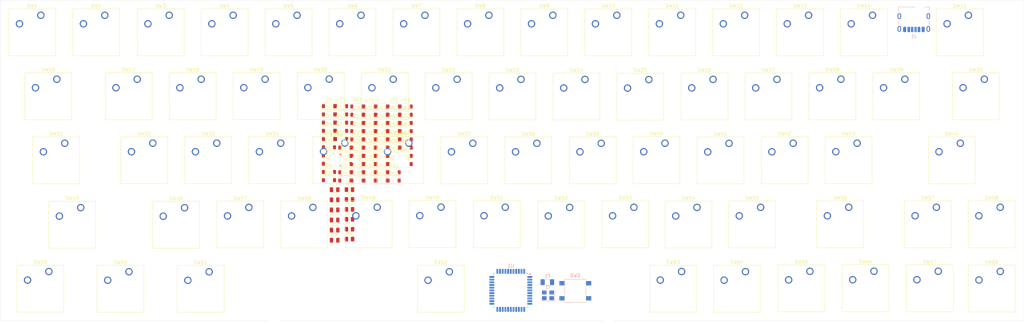
<source format=kicad_pcb>
(kicad_pcb (version 20241229) (generator "pcbnew") (generator_version "9.0")
  (layers (0 "F.Cu" signal) (2 "B.Cu" signal) (13 "F.Paste" user) (15 "B.Paste" user) (5 "F.SilkS" user "F.Silkscreen") (7 "B.SilkS" user "B.Silkscreen") (1 "F.Mask" user) (3 "B.Mask" user) (25 "Edge.Cuts" user))
  (net 0 "")
  (net 1 "GND")
  (net 2 "Net-(U1-UCAP)")
  (net 3 "+5V")
  (net 4 "Net-(U1-XTAL2)")
  (net 5 "Net-(U1-XTAL1)")
  (net 6 "Net-(D1-A)")
  (net 7 "ROW1")
  (net 8 "Net-(D2-A)")
  (net 9 "Net-(D3-A)")
  (net 10 "Net-(D4-A)")
  (net 11 "Net-(D5-A)")
  (net 12 "Net-(D6-A)")
  (net 13 "Net-(D7-A)")
  (net 14 "Net-(D8-A)")
  (net 15 "Net-(D9-A)")
  (net 16 "Net-(D10-A)")
  (net 17 "Net-(D11-A)")
  (net 18 "Net-(D12-A)")
  (net 19 "Net-(D13-A)")
  (net 20 "Net-(D14-A)")
  (net 21 "Net-(D15-A)")
  (net 22 "Net-(D16-A)")
  (net 23 "ROW2")
  (net 24 "Net-(D17-A)")
  (net 25 "Net-(D18-A)")
  (net 26 "Net-(D19-A)")
  (net 27 "Net-(D20-A)")
  (net 28 "Net-(D21-A)")
  (net 29 "Net-(D22-A)")
  (net 30 "Net-(D23-A)")
  (net 31 "Net-(D24-A)")
  (net 32 "Net-(D25-A)")
  (net 33 "Net-(D26-A)")
  (net 34 "Net-(D27-A)")
  (net 35 "Net-(D28-A)")
  (net 36 "Net-(D29-A)")
  (net 37 "Net-(D30-A)")
  (net 38 "Net-(D31-A)")
  (net 39 "ROW3")
  (net 40 "Net-(D32-A)")
  (net 41 "Net-(D33-A)")
  (net 42 "Net-(D34-A)")
  (net 43 "Net-(D35-A)")
  (net 44 "Net-(D36-A)")
  (net 45 "Net-(D37-A)")
  (net 46 "Net-(D38-A)")
  (net 47 "Net-(D39-A)")
  (net 48 "Net-(D40-A)")
  (net 49 "Net-(D41-A)")
  (net 50 "Net-(D42-A)")
  (net 51 "Net-(D43-A)")
  (net 52 "Net-(D44-A)")
  (net 53 "ROW4")
  (net 54 "Net-(D45-A)")
  (net 55 "Net-(D46-A)")
  (net 56 "Net-(D47-A)")
  (net 57 "Net-(D48-A)")
  (net 58 "Net-(D49-A)")
  (net 59 "Net-(D50-A)")
  (net 60 "Net-(D51-A)")
  (net 61 "Net-(D52-A)")
  (net 62 "Net-(D53-A)")
  (net 63 "Net-(D54-A)")
  (net 64 "Net-(D55-A)")
  (net 65 "Net-(D56-A)")
  (net 66 "Net-(D57-A)")
  (net 67 "Net-(D58-A)")
  (net 68 "Net-(D59-A)")
  (net 69 "ROW5")
  (net 70 "Net-(D60-A)")
  (net 71 "Net-(D61-A)")
  (net 72 "Net-(D62-A)")
  (net 73 "Net-(D63-A)")
  (net 74 "Net-(D64-A)")
  (net 75 "Net-(D65-A)")
  (net 76 "Net-(D66-A)")
  (net 77 "Net-(D67-A)")
  (net 78 "Net-(D68-A)")
  (net 79 "Net-(F1-Pad1)")
  (net 80 "Net-(J1-CC1)")
  (net 81 "Net-(J1-CC2)")
  (net 82 "Net-(U1-D+)")
  (net 83 "D+")
  (net 84 "D-")
  (net 85 "Net-(U1-D-)")
  (net 86 "Net-(U1-~{RESET})")
  (net 87 "Net-(U1-~{HWB}{slash}PE2)")
  (net 88 "COLUMN1")
  (net 89 "COLUMN2")
  (net 90 "COLUMN3")
  (net 91 "COLUMN4")
  (net 92 "COLUMN5")
  (net 93 "COLUMN6")
  (net 94 "COLUMN7")
  (net 95 "COLUMN8")
  (net 96 "COLUMN9")
  (net 97 "COLUMN10")
  (net 98 "COLUMN11")
  (net 99 "COLUMN12")
  (net 100 "COLUMN13")
  (net 101 "COLUMN14")
  (net 102 "COLUMN15")
  (footprint "Button_Switch_Keyboard:SW_Cherry_MX_1.00u_PCB" (layer "F.Cu") (at 196.3 52.875)
    (property "Reference" "SW40" (at -2.54 -2.794 0) (layer "F.SilkS"))
    (property "Value" "SW_Push_45deg")
    (pad "" np_thru_hole circle (at -7.62 5.08) (size 1.7 1.7) (drill 1.7) (layers "*.Cu" "*.Mask"))
    (pad "" np_thru_hole circle (at -2.54 5.08) (size 4 4) (drill 4) (layers "*.Cu" "*.Mask"))
    (pad "" np_thru_hole circle (at 2.54 5.08) (size 1.7 1.7) (drill 1.7) (layers "*.Cu" "*.Mask"))
    (pad "1" thru_hole circle (at 0 0) (size 2.2 2.2) (drill 1.5) (layers "*.Cu" "*.Mask") (net 48 "Net-(D40-A)"))
    (pad "2" thru_hole circle (at -6.35 2.54) (size 2.2 2.2) (drill 1.5) (layers "*.Cu" "*.Mask") (net 97 "COLUMN10"))
  )
  (footprint "Diode_SMD:D_SOD-123" (layer "F.Cu") (at 99.77 44.3)
    (property "Reference" "D12" (at 0 -2 0) (layer "F.SilkS"))
    (property "Value" "1N4148WT")
    (pad "1" smd roundrect (at -1.65 0) (size 0.9 1.2) (layers "F.Cu" "F.Mask" "F.Paste") (net 7 "ROW1"))
    (pad "2" smd roundrect (at 1.65 0) (size 0.9 1.2) (layers "F.Cu" "F.Mask" "F.Paste") (net 18 "Net-(D12-A)"))
  )
  (footprint "Diode_SMD:D_SOD-123" (layer "F.Cu") (at 115.435 61.55)
    (property "Reference" "D59" (at 0 -2 0) (layer "F.SilkS"))
    (property "Value" "1N4148WT")
    (pad "1" smd roundrect (at -1.65 0) (size 0.9 1.2) (layers "F.Cu" "F.Mask" "F.Paste") (net 69 "ROW5"))
    (pad "2" smd roundrect (at 1.65 0) (size 0.9 1.2) (layers "F.Cu" "F.Mask" "F.Paste") (net 68 "Net-(D59-A)"))
  )
  (footprint "Diode_SMD:D_SOD-123" (layer "F.Cu") (at 101.055 54.2)
    (property "Reference" "D16" (at 0 -2 0) (layer "F.SilkS"))
    (property "Value" "1N4148WT")
    (pad "1" smd roundrect (at -1.65 0) (size 0.9 1.2) (layers "F.Cu" "F.Mask" "F.Paste") (net 23 "ROW2"))
    (pad "2" smd roundrect (at 1.65 0) (size 0.9 1.2) (layers "F.Cu" "F.Mask" "F.Paste") (net 22 "Net-(D16-A)"))
  )
  (footprint "Diode_SMD:D_SOD-123" (layer "F.Cu") (at 119.03 54.2)
    (property "Reference" "D66" (at 0 -2 0) (layer "F.SilkS"))
    (property "Value" "1N4148WT")
    (pad "1" smd roundrect (at -1.65 0) (size 0.9 1.2) (layers "F.Cu" "F.Mask" "F.Paste") (net 69 "ROW5"))
    (pad "2" smd roundrect (at 1.65 0) (size 0.9 1.2) (layers "F.Cu" "F.Mask" "F.Paste") (net 76 "Net-(D66-A)"))
  )
  (footprint "Button_Switch_Keyboard:SW_Cherry_MX_1.00u_PCB" (layer "F.Cu") (at 229.665 33.87)
    (property "Reference" "SW27" (at -2.54 -2.794 0) (layer "F.SilkS"))
    (property "Value" "SW_Push_45deg")
    (pad "" np_thru_hole circle (at -7.62 5.08) (size 1.7 1.7) (drill 1.7) (layers "*.Cu" "*.Mask"))
    (pad "" np_thru_hole circle (at -2.54 5.08) (size 4 4) (drill 4) (layers "*.Cu" "*.Mask"))
    (pad "" np_thru_hole circle (at 2.54 5.08) (size 1.7 1.7) (drill 1.7) (layers "*.Cu" "*.Mask"))
    (pad "1" thru_hole circle (at 0 0) (size 2.2 2.2) (drill 1.5) (layers "*.Cu" "*.Mask") (net 34 "Net-(D27-A)"))
    (pad "2" thru_hole circle (at -6.35 2.54) (size 2.2 2.2) (drill 1.5) (layers "*.Cu" "*.Mask") (net 99 "COLUMN12"))
  )
  (footprint "Diode_SMD:D_SOD-123" (layer "F.Cu") (at 96.175 54.1)
    (property "Reference" "D6" (at 0 -2 0) (layer "F.SilkS"))
    (property "Value" "1N4148WT")
    (pad "1" smd roundrect (at -1.65 0) (size 0.9 1.2) (layers "F.Cu" "F.Mask" "F.Paste") (net 7 "ROW1"))
    (pad "2" smd roundrect (at 1.65 0) (size 0.9 1.2) (layers "F.Cu" "F.Mask" "F.Paste") (net 12 "Net-(D6-A)"))
  )
  (footprint "Diode_SMD:D_SOD-123" (layer "F.Cu") (at 111.84 64)
    (property "Reference" "D50" (at 0 -2 0) (layer "F.SilkS"))
    (property "Value" "1N4148WT")
    (pad "1" smd roundrect (at -1.65 0) (size 0.9 1.2) (layers "F.Cu" "F.Mask" "F.Paste") (net 53 "ROW4"))
    (pad "2" smd roundrect (at 1.65 0) (size 0.9 1.2) (layers "F.Cu" "F.Mask" "F.Paste") (net 59 "Net-(D50-A)"))
  )
  (footprint "Diode_SMD:D_SOD-123" (layer "F.Cu") (at 108.245 41.95)
    (property "Reference" "D31" (at 0 -2 0) (layer "F.SilkS"))
    (property "Value" "1N4148WT")
    (pad "1" smd roundrect (at -1.65 0) (size 0.9 1.2) (layers "F.Cu" "F.Mask" "F.Paste") (net 39 "ROW3"))
    (pad "2" smd roundrect (at 1.65 0) (size 0.9 1.2) (layers "F.Cu" "F.Mask" "F.Paste") (net 38 "Net-(D31-A)"))
  )
  (footprint "Button_Switch_Keyboard:SW_Cherry_MX_1.00u_PCB" (layer "F.Cu") (at 81.8 52.875)
    (property "Reference" "SW34" (at -2.54 -2.794 0) (layer "F.SilkS"))
    (property "Value" "SW_Push_45deg")
    (pad "" np_thru_hole circle (at -7.62 5.08) (size 1.7 1.7) (drill 1.7) (layers "*.Cu" "*.Mask"))
    (pad "" np_thru_hole circle (at -2.54 5.08) (size 4 4) (drill 4) (layers "*.Cu" "*.Mask"))
    (pad "" np_thru_hole circle (at 2.54 5.08) (size 1.7 1.7) (drill 1.7) (layers "*.Cu" "*.Mask"))
    (pad "1" thru_hole circle (at 0 0) (size 2.2 2.2) (drill 1.5) (layers "*.Cu" "*.Mask") (net 42 "Net-(D34-A)"))
    (pad "2" thru_hole circle (at -6.35 2.54) (size 2.2 2.2) (drill 1.5) (layers "*.Cu" "*.Mask") (net 91 "COLUMN4"))
  )
  (footprint "Diode_SMD:D_SOD-123" (layer "F.Cu") (at 108.245 49.3)
    (property "Reference" "D34" (at 0 -2 0) (layer "F.SilkS"))
    (property "Value" "1N4148WT")
    (pad "1" smd roundrect (at -1.65 0) (size 0.9 1.2) (layers "F.Cu" "F.Mask" "F.Paste") (net 39 "ROW3"))
    (pad "2" smd roundrect (at 1.65 0) (size 0.9 1.2) (layers "F.Cu" "F.Mask" "F.Paste") (net 42 "Net-(D34-A)"))
  )
  (footprint "Capacitor_SMD:C_0805_2012Metric" (layer "F.Cu") (at 97.865 81.78)
    (property "Reference" "C6" (at 0 -1.68 0) (layer "F.SilkS"))
    (property "Value" "10pF")
    (pad "1" smd roundrect (at -0.95 0) (size 1 1.45) (layers "F.Cu" "F.Mask" "F.Paste") (net 1 "GND"))
    (pad "2" smd roundrect (at 0.95 0) (size 1 1.45) (layers "F.Cu" "F.Mask" "F.Paste") (net 5 "Net-(U1-XTAL1)"))
  )
  (footprint "Button_Switch_Keyboard:SW_Cherry_MX_1.00u_PCB" (layer "F.Cu") (at 210.615 33.87)
    (property "Reference" "SW26" (at -2.54 -2.794 0) (layer "F.SilkS"))
    (property "Value" "SW_Push_45deg")
    (pad "" np_thru_hole circle (at -7.62 5.08) (size 1.7 1.7) (drill 1.7) (layers "*.Cu" "*.Mask"))
    (pad "" np_thru_hole circle (at -2.54 5.08) (size 4 4) (drill 4) (layers "*.Cu" "*.Mask"))
    (pad "" np_thru_hole circle (at 2.54 5.08) (size 1.7 1.7) (drill 1.7) (layers "*.Cu" "*.Mask"))
    (pad "1" thru_hole circle (at 0 0) (size 2.2 2.2) (drill 1.5) (layers "*.Cu" "*.Mask") (net 33 "Net-(D26-A)"))
    (pad "2" thru_hole circle (at -6.35 2.54) (size 2.2 2.2) (drill 1.5) (layers "*.Cu" "*.Mask") (net 98 "COLUMN11"))
  )
  (footprint "Diode_SMD:D_SOD-123" (layer "F.Cu") (at 108.245 61.55)
    (property "Reference" "D39" (at 0 -2 0) (layer "F.SilkS"))
    (property "Value" "1N4148WT")
    (pad "1" smd roundrect (at -1.65 0) (size 0.9 1.2) (layers "F.Cu" "F.Mask" "F.Paste") (net 39 "ROW3"))
    (pad "2" smd roundrect (at 1.65 0) (size 0.9 1.2) (layers "F.Cu" "F.Mask" "F.Paste") (net 47 "Net-(D39-A)"))
  )
  (footprint "Diode_SMD:D_SOD-123" (layer "F.Cu") (at 96.175 61.45)
    (property "Reference" "D9" (at 0 -2 0) (layer "F.SilkS"))
    (property "Value" "1N4148WT")
    (pad "1" smd roundrect (at -1.65 0) (size 0.9 1.2) (layers "F.Cu" "F.Mask" "F.Paste") (net 7 "ROW1"))
    (pad "2" smd roundrect (at 1.65 0) (size 0.9 1.2) (layers "F.Cu" "F.Mask" "F.Paste") (net 15 "Net-(D9-A)"))
  )
  (footprint "Diode_SMD:D_SOD-123" (layer "F.Cu") (at 96.175 41.85)
    (property "Reference" "D1" (at 0 -2 0) (layer "F.SilkS"))
    (property "Value" "1N4148WT")
    (pad "1" smd roundrect (at -1.65 0) (size 0.9 1.2) (layers "F.Cu" "F.Mask" "F.Paste") (net 7 "ROW1"))
    (pad "2" smd roundrect (at 1.65 0) (size 0.9 1.2) (layers "F.Cu" "F.Mask" "F.Paste") (net 6 "Net-(D1-A)"))
  )
  (footprint "Button_Switch_Keyboard:SW_Cherry_MX_1.00u_PCB" (layer "F.Cu") (at 91.385 72.02)
    (property "Reference" "SW48" (at -2.54 -2.794 0) (layer "F.SilkS"))
    (property "Value" "SW_Push_45deg")
    (pad "" np_thru_hole circle (at -7.62 5.08) (size 1.7 1.7) (drill 1.7) (layers "*.Cu" "*.Mask"))
    (pad "" np_thru_hole circle (at -2.54 5.08) (size 4 4) (drill 4) (layers "*.Cu" "*.Mask"))
    (pad "" np_thru_hole circle (at 2.54 5.08) (size 1.7 1.7) (drill 1.7) (layers "*.Cu" "*.Mask"))
    (pad "1" thru_hole circle (at 0 0) (size 2.2 2.2) (drill 1.5) (layers "*.Cu" "*.Mask") (net 57 "Net-(D48-A)"))
    (pad "2" thru_hole circle (at -6.35 2.54) (size 2.2 2.2) (drill 1.5) (layers "*.Cu" "*.Mask") (net 91 "COLUMN4"))
  )
  (footprint "Button_Switch_Keyboard:SW_Cherry_MX_1.00u_PCB" (layer "F.Cu") (at 115.32 33.82)
    (property "Reference" "SW21" (at -2.54 -2.794 0) (layer "F.SilkS"))
    (property "Value" "SW_Push_45deg")
    (pad "" np_thru_hole circle (at -7.62 5.08) (size 1.7 1.7) (drill 1.7) (layers "*.Cu" "*.Mask"))
    (pad "" np_thru_hole circle (at -2.54 5.08) (size 4 4) (drill 4) (layers "*.Cu" "*.Mask"))
    (pad "" np_thru_hole circle (at 2.54 5.08) (size 1.7 1.7) (drill 1.7) (layers "*.Cu" "*.Mask"))
    (pad "1" thru_hole circle (at 0 0) (size 2.2 2.2) (drill 1.5) (layers "*.Cu" "*.Mask") (net 28 "Net-(D21-A)"))
    (pad "2" thru_hole circle (at -6.35 2.54) (size 2.2 2.2) (drill 1.5) (layers "*.Cu" "*.Mask") (net 93 "COLUMN6"))
  )
  (footprint "Diode_SMD:D_SOD-123" (layer "F.Cu") (at 108.245 59.1)
    (property "Reference" "D38" (at 0 -2 0) (layer "F.SilkS"))
    (property "Value" "1N4148WT")
    (pad "1" smd roundrect (at -1.65 0) (size 0.9 1.2) (layers "F.Cu" "F.Mask" "F.Paste") (net 39 "ROW3"))
    (pad "2" smd roundrect (at 1.65 0) (size 0.9 1.2) (layers "F.Cu" "F.Mask" "F.Paste") (net 46 "Net-(D38-A)"))
  )
  (footprint "Diode_SMD:D_SOD-123" (layer "F.Cu") (at 104.65 56.65)
    (property "Reference" "D27" (at 0 -2 0) (layer "F.SilkS"))
    (property "Value" "1N4148WT")
    (pad "1" smd roundrect (at -1.65 0) (size 0.9 1.2) (layers "F.Cu" "F.Mask" "F.Paste") (net 23 "ROW2"))
    (pad "2" smd roundrect (at 1.65 0) (size 0.9 1.2) (layers "F.Cu" "F.Mask" "F.Paste") (net 34 "Net-(D27-A)"))
  )
  (footprint "Diode_SMD:D_SOD-123" (layer "F.Cu") (at 101.055 61.55)
    (property "Reference" "D19" (at 0 -2 0) (layer "F.SilkS"))
    (property "Value" "1N4148WT")
    (pad "1" smd roundrect (at -1.65 0) (size 0.9 1.2) (layers "F.Cu" "F.Mask" "F.Paste") (net 23 "ROW2"))
    (pad "2" smd roundrect (at 1.65 0) (size 0.9 1.2) (layers "F.Cu" "F.Mask" "F.Paste") (net 26 "Net-(D19-A)"))
  )
  (footprint "Button_Switch_Keyboard:SW_Cherry_MX_1.00u_PCB" (layer "F.Cu") (at 67.6275 14.76375)
    (property "Reference" "SW4" (at -2.54 -2.794 0) (layer "F.SilkS"))
    (property "Value" "SW_Push_45deg")
    (pad "" np_thru_hole circle (at -7.62 5.08) (size 1.7 1.7) (drill 1.7) (layers "*.Cu" "*.Mask"))
    (pad "" np_thru_hole circle (at -2.54 5.08) (size 4 4) (drill 4) (layers "*.Cu" "*.Mask"))
    (pad "" np_thru_hole circle (at 2.54 5.08) (size 1.7 1.7) (drill 1.7) (layers "*.Cu" "*.Mask"))
    (pad "1" thru_hole circle (at 0 0) (size 2.2 2.2) (drill 1.5) (layers "*.Cu" "*.Mask") (net 10 "Net-(D4-A)"))
    (pad "2" thru_hole circle (at -6.35 2.54) (size 2.2 2.2) (drill 1.5) (layers "*.Cu" "*.Mask") (net 91 "COLUMN4"))
  )
  (footprint "Diode_SMD:D_SOD-123" (layer "F.Cu") (at 101.055 56.65)
    (property "Reference" "D17" (at 0 -2 0) (layer "F.SilkS"))
    (property "Value" "1N4148WT")
    (pad "1" smd roundrect (at -1.65 0) (size 0.9 1.2) (layers "F.Cu" "F.Mask" "F.Paste") (net 23 "ROW2"))
    (pad "2" smd roundrect (at 1.65 0) (size 0.9 1.2) (layers "F.Cu" "F.Mask" "F.Paste") (net 24 "Net-(D17-A)"))
  )
  (footprint "Resistor_SMD:R_0805_2012Metric" (layer "F.Cu") (at 102.295 69.65)
    (property "Reference" "R2" (at 0 -1.65 0) (layer "F.SilkS"))
    (property "Value" "22")
    (pad "1" smd roundrect (at -0.9125 0) (size 1.025 1.4) (layers "F.Cu" "F.Mask" "F.Paste") (roundrect_rratio 0.243902) (net 84 "D-"))
    (pad "2" smd roundrect (at 0.9125 0) (size 1.025 1.4) (layers "F.Cu" "F.Mask" "F.Paste") (roundrect_rratio 0.243902) (net 85 "Net-(U1-D-)"))
  )
  (footprint "Button_Switch_Keyboard:SW_Cherry_MX_1.00u_PCB" (layer "F.Cu") (at 139.025 52.91)
    (property "Reference" "SW37" (at -2.54 -2.794 0) (layer "F.SilkS"))
    (property "Value" "SW_Push_45deg")
    (pad "" np_thru_hole circle (at -7.62 5.08) (size 1.7 1.7) (drill 1.7) (layers "*.Cu" "*.Mask"))
    (pad "" np_thru_hole circle (at -2.54 5.08) (size 4 4) (drill 4) (layers "*.Cu" "*.Mask"))
    (pad "" np_thru_hole circle (at 2.54 5.08) (size 1.7 1.7) (drill 1.7) (layers "*.Cu" "*.Mask"))
    (pad "1" thru_hole circle (at 0 0) (size 2.2 2.2) (drill 1.5) (layers "*.Cu" "*.Mask") (net 45 "Net-(D37-A)"))
    (pad "2" thru_hole circle (at -6.35 2.54) (size 2.2 2.2) (drill 1.5) (layers "*.Cu" "*.Mask") (net 94 "COLUMN7"))
  )
  (footprint "Resistor_SMD:R_0805_2012Metric" (layer "F.Cu") (at 102.295 72.6)
    (property "Reference" "R3" (at 0 -1.65 0) (layer "F.SilkS"))
    (property "Value" "10k")
    (pad "1" smd roundrect (at -0.9125 0) (size 1.025 1.4) (layers "F.Cu" "F.Mask" "F.Paste") (roundrect_rratio 0.243902) (net 86 "Net-(U1-~{RESET})"))
    (pad "2" smd roundrect (at 0.9125 0) (size 1.025 1.4) (layers "F.Cu" "F.Mask" "F.Paste") (roundrect_rratio 0.243902) (net 3 "+5V"))
  )
  (footprint "Diode_SMD:D_SOD-123" (layer "F.Cu") (at 108.245 51.75)
    (property "Reference" "D35" (at 0 -2 0) (layer "F.SilkS"))
    (property "Value" "1N4148WT")
    (pad "1" smd roundrect (at -1.65 0) (size 0.9 1.2) (layers "F.Cu" "F.Mask" "F.Paste") (net 39 "ROW3"))
    (pad "2" smd roundrect (at 1.65 0) (size 0.9 1.2) (layers "F.Cu" "F.Mask" "F.Paste") (net 43 "Net-(D35-A)"))
  )
  (footprint "Button_Switch_Keyboard:SW_Cherry_MX_1.00u_Plate" (layer "F.Cu") (at 220.265 91.145)
    (property "Reference" "SW64" (at -2.54 -2.794 0) (layer "F.SilkS"))
    (property "Value" "SW_Push_45deg")
    (pad "" np_thru_hole circle (at -2.54 5.08) (size 4 4) (drill 4) (layers "*.Cu" "*.Mask"))
    (pad "1" thru_hole circle (at 0 0) (size 2.2 2.2) (drill 1.5) (layers "*.Cu" "*.Mask") (net 74 "Net-(D64-A)"))
    (pad "2" thru_hole circle (at -6.35 2.54) (size 2.2 2.2) (drill 1.5) (layers "*.Cu" "*.Mask") (net 93 "COLUMN6"))
  )
  (footprint "Diode_SMD:D_SOD-123" (layer "F.Cu") (at 108.245 56.65)
    (property "Reference" "D37" (at 0 -2 0) (layer "F.SilkS"))
    (property "Value" "1N4148WT")
    (pad "1" smd roundrect (at -1.65 0) (size 0.9 1.2) (layers "F.Cu" "F.Mask" "F.Paste") (net 39 "ROW3"))
    (pad "2" smd roundrect (at 1.65 0) (size 0.9 1.2) (layers "F.Cu" "F.Mask" "F.Paste") (net 45 "Net-(D37-A)"))
  )
  (footprint "Button_Switch_Keyboard:SW_Cherry_MX_1.00u_PCB" (layer "F.Cu") (at 258.1275 14.76375)
    (property "Reference" "SW14" (at -2.54 -2.794 0) (layer "F.SilkS"))
    (property "Value" "SW_Push_45deg")
    (pad "" np_thru_hole circle (at -7.62 5.08) (size 1.7 1.7) (drill 1.7) (layers "*.Cu" "*.Mask"))
    (pad "" np_thru_hole circle (at -2.54 5.08) (size 4 4) (drill 4) (layers "*.Cu" "*.Mask"))
    (pad "" np_thru_hole circle (at 2.54 5.08) (size 1.7 1.7) (drill 1.7) (layers "*.Cu" "*.Mask"))
    (pad "1" thru_hole circle (at 0 0) (size 2.2 2.2) (drill 1.5) (layers "*.Cu" "*.Mask") (net 20 "Net-(D14-A)"))
    (pad "2" thru_hole circle (at -6.35 2.54) (size 2.2 2.2) (drill 1.5) (layers "*.Cu" "*.Mask") (net 101 "COLUMN14"))
  )
  (footprint "Button_Switch_Keyboard:SW_Cherry_MX_1.00u_PCB" (layer "F.Cu") (at 187.025 71.975)
    (property "Reference" "SW53" (at -2.54 -2.794 0) (layer "F.SilkS"))
    (property "Value" "SW_Push_45deg")
    (pad "" np_thru_hole circle (at -7.62 5.08) (size 1.7 1.7) (drill 1.7) (layers "*.Cu" "*.Mask"))
    (pad "" np_thru_hole circle (at -2.54 5.08) (size 4 4) (drill 4) (layers "*.Cu" "*.Mask"))
    (pad "" np_thru_hole circle (at 2.54 5.08) (size 1.7 1.7) (drill 1.7) (layers "*.Cu" "*.Mask"))
    (pad "1" thru_hole circle (at 0 0) (size 2.2 2.2) (drill 1.5) (layers "*.Cu" "*.Mask") (net 62 "Net-(D53-A)"))
    (pad "2" thru_hole circle (at -6.35 2.54) (size 2.2 2.2) (drill 1.5) (layers "*.Cu" "*.Mask") (net 96 "COLUMN9"))
  )
  (footprint "Capacitor_SMD:C_0805_2012Metric" (layer "F.Cu") (at 97.865 66.73)
    (property "Reference" "C1" (at 0 -1.68 0) (layer "F.SilkS"))
    (property "Value" "1uF")
    (pad "1" smd roundrect (at -0.95 0) (size 1 1.45) (layers "F.Cu" "F.Mask" "F.Paste") (net 2 "Net-(U1-UCAP)"))
    (pad "2" smd roundrect (at 0.95 0) (size 1 1.45) (layers "F.Cu" "F.Mask" "F.Paste") (net 1 "GND"))
  )
  (footprint "Button_Switch_Keyboard:SW_Cherry_MX_1.75u_PCB" (layer "F.Cu") (at 251.035 71.97)
    (property "Reference" "SW56" (at -2.54 -2.794 0) (layer "F.SilkS"))
    (property "Value" "SW_Push_45deg")
    (pad "" np_thru_hole circle (at -7.62 5.08) (size 1.7 1.7) (drill 1.7) (layers "*.Cu" "*.Mask"))
    (pad "" np_thru_hole circle (at -2.54 5.08) (size 4 4) (drill 4) (layers "*.Cu" "*.Mask"))
    (pad "" np_thru_hole circle (at 2.54 5.08) (size 1.7 1.7) (drill 1.7) (layers "*.Cu" "*.Mask"))
    (pad "1" thru_hole circle (at 0 0) (size 2.2 2.2) (drill 1.5) (layers "*.Cu" "*.Mask") (net 65 "Net-(D56-A)"))
    (pad "2" thru_hole circle (at -6.35 2.54) (size 2.2 2.2) (drill 1.5) (layers "*.Cu" "*.Mask") (net 99 "COLUMN12"))
  )
  (footprint "Button_Switch_Keyboard:SW_Cherry_MX_1.00u_PCB" (layer "F.Cu") (at 58.1025 33.81375)
    (property "Reference" "SW18" (at -2.54 -2.794 0) (layer "F.SilkS"))
    (property "Value" "SW_Push_45deg")
    (pad "" np_thru_hole circle (at -7.62 5.08) (size 1.7 1.7) (drill 1.7) (layers "*.Cu" "*.Mask"))
    (pad "" np_thru_hole circle (at -2.54 5.08) (size 4 4) (drill 4) (layers "*.Cu" "*.Mask"))
    (pad "" np_thru_hole circle (at 2.54 5.08) (size 1.7 1.7) (drill 1.7) (layers "*.Cu" "*.Mask"))
    (pad "1" thru_hole circle (at 0 0) (size 2.2 2.2) (drill 1.5) (layers "*.Cu" "*.Mask") (net 25 "Net-(D18-A)"))
    (pad "2" thru_hole circle (at -6.35 2.54) (size 2.2 2.2) (drill 1.5) (layers "*.Cu" "*.Mask") (net 90 "COLUMN3"))
  )
  (footprint "Diode_SMD:D_SOD-123" (layer "F.Cu") (at 119.03 59.1)
    (property "Reference" "D68" (at 0 -2 0) (layer "F.SilkS"))
    (property "Value" "1N4148WT")
    (pad "1" smd roundrect (at -1.65 0) (size 0.9 1.2) (layers "F.Cu" "F.Mask" "F.Paste") (net 69 "ROW5"))
    (pad "2" smd roundrect (at 1.65 0) (size 0.9 1.2) (layers "F.Cu" "F.Mask" "F.Paste") (net 78 "Net-(D68-A)"))
  )
  (footprint "Button_Switch_Keyboard:SW_Cherry_MX_2.00u_PCB" (layer "F.Cu") (at 286.69625 14.76375)
    (property "Reference" "SW15" (at -2.54 -2.794 0) (layer "F.SilkS"))
    (property "Value" "SW_Push_45deg")
    (pad "" np_thru_hole circle (at -14.44 -1.92) (size 3.05 3.05) (drill 3.05) (layers "*.Cu" "*.Mask"))
    (pad "" np_thru_hole circle (at -14.44 13.32) (size 4 4) (drill 4) (layers "*.Cu" "*.Mask"))
    (pad "" np_thru_hole circle (at -7.62 5.08) (size 1.7 1.7) (drill 1.7) (layers "*.Cu" "*.Mask"))
    (pad "" np_thru_hole circle (at -2.54 5.08) (size 4 4) (drill 4) (layers "*.Cu" "*.Mask"))
    (pad "" np_thru_hole circle (at 2.54 5.08) (size 1.7 1.7) (drill 1.7) (layers "*.Cu" "*.Mask"))
    (pad "" np_thru_hole circle (at 9.36 -1.92) (size 3.05 3.05) (drill 3.05) (layers "*.Cu" "*.Mask"))
    (pad "" np_thru_hole circle (at 9.36 13.32) (size 4 4) (drill 4) (layers "*.Cu" "*.Mask"))
    (pad "1" thru_hole circle (at 0 0) (size 2.2 2.2) (drill 1.5) (layers "*.Cu" "*.Mask") (net 21 "Net-(D15-A)"))
    (pad "2" thru_hole circle (at -6.35 2.54) (size 2.2 2.2) (drill 1.5) (layers "*.Cu" "*.Mask") (net 102 "COLUMN15"))
  )
  (footprint "Diode_SMD:D_SOD-123" (layer "F.Cu") (at 96.175 49.2)
    (property "Reference" "D4" (at 0 -2 0) (layer "F.SilkS"))
    (property "Value" "1N4148WT")
    (pad "1" smd roundrect (at -1.65 0) (size 0.9 1.2) (layers "F.Cu" "F.Mask" "F.Paste") (net 7 "ROW1"))
    (pad "2" smd roundrect (at 1.65 0) (size 0.9 1.2) (layers "F.Cu" "F.Mask" "F.Paste") (net 10 "Net-(D4-A)"))
  )
  (footprint "Diode_SMD:D_SOD-123" (layer "F.Cu") (at 108.245 64)
    (property "Reference" "D40" (at 0 -2 0) (layer "F.SilkS"))
    (property "Value" "1N4148WT")
    (pad "1" smd roundrect (at -1.65 0) (size 0.9 1.2) (layers "F.Cu" "F.Mask" "F.Paste") (net 39 "ROW3"))
    (pad "2" smd roundrect (at 1.65 0) (size 0.9 1.2) (layers "F.Cu" "F.Mask" "F.Paste") (net 48 "Net-(D40-A)"))
  )
  (footprint "Button_Switch_Keyboard:SW_Cherry_MX_1.00u_PCB" (layer "F.Cu") (at 172.45 33.885)
    (property "Reference" "SW24" (at -2.54 -2.794 0) (layer "F.SilkS"))
    (property "Value" "SW_Push_45deg")
    (pad "" np_thru_hole circle (at -7.62 5.08) (size 1.7 1.7) (drill 1.7) (layers "*.Cu" "*.Mask"))
    (pad "" np_thru_hole circle (at -2.54 5.08) (size 4 4) (drill 4) (layers "*.Cu" "*.Mask"))
    (pad "" np_thru_hole circle (at 2.54 5.08) (size 1.7 1.7) (drill 1.7) (layers "*.Cu" "*.Mask"))
    (pad "1" thru_hole circle (at 0 0) (size 2.2 2.2) (drill 1.5) (layers "*.Cu" "*.Mask") (net 31 "Net-(D24-A)"))
    (pad "2" thru_hole circle (at -6.35 2.54) (size 2.2 2.2) (drill 1.5) (layers "*.Cu" "*.Mask") (net 96 "COLUMN9"))
  )
  (footprint "Button_Switch_Keyboard:SW_Cherry_MX_1.00u_PCB" (layer "F.Cu") (at 72.3 72.01)
    (property "Reference" "SW47" (at -2.54 -2.794 0) (layer "F.SilkS"))
    (property "Value" "SW_Push_45deg")
    (pad "" np_thru_hole circle (at -7.62 5.08) (size 1.7 1.7) (drill 1.7) (layers "*.Cu" "*.Mask"))
    (pad "" np_thru_hole circle (at -2.54 5.08) (size 4 4) (drill 4) (layers "*.Cu" "*.Mask"))
    (pad "" np_thru_hole circle (at 2.54 5.08) (size 1.7 1.7) (drill 1.7) (layers "*.Cu" "*.Mask"))
    (pad "1" thru_hole circle (at 0 0) (size 2.2 2.2) (drill 1.5) (layers "*.Cu" "*.Mask") (net 56 "Net-(D47-A)"))
    (pad "2" thru_hole circle (at -6.35 2.54) (size 2.2 2.2) (drill 1.5) (layers "*.Cu" "*.Mask") (net 90 "COLUMN3"))
  )
  (footprint "Diode_SMD:D_SOD-123" (layer "F.Cu") (at 104.65 59.1)
    (property "Reference" "D28" (at 0 -2 0) (layer "F.SilkS"))
    (property "Value" "1N4148WT")
    (pad "1" smd roundrect (at -1.65 0) (size 0.9 1.2) (layers "F.Cu" "F.Mask" "F.Paste") (net 23 "ROW2"))
    (pad "2" smd roundrect (at 1.65 0) (size 0.9 1.2) (layers "F.Cu" "F.Mask" "F.Paste") (net 35 "Net-(D28-A)"))
  )
  (footprint "Button_Switch_Keyboard:SW_Cherry_MX_1.00u_PCB" (layer "F.Cu") (at 277.16 71.97)
    (property "Reference" "SW57" (at -2.54 -2.794 0) (layer "F.SilkS"))
    (property "Value" "SW_Push_45deg")
    (pad "" np_thru_hole circle (at -7.62 5.08) (size 1.7 1.7) (drill 1.7) (layers "*.Cu" "*.Mask"))
    (pad "" np_thru_hole circle (at -2.54 5.08) (size 4 4) (drill 4) (layers "*.Cu" "*.Mask"))
    (pad "" np_thru_hole circle (at 2.54 5.08) (size 1.7 1.7) (drill 1.7) (layers "*.Cu" "*.Mask"))
    (pad "1" thru_hole circle (at 0 0) (size 2.2 2.2) (drill 1.5) (layers "*.Cu" "*.Mask") (net 66 "Net-(D57-A)"))
    (pad "2" thru_hole circle (at -6.35 2.54) (size 2.2 2.2) (drill 1.5) (layers "*.Cu" "*.Mask") (net 100 "COLUMN13"))
  )
  (footprint "Button_Switch_Keyboard:SW_Cherry_MX_1.00u_Plate" (layer "F.Cu") (at 201.24 91.12)
    (property "Reference" "SW63" (at -2.54 -2.794 0) (layer "F.SilkS"))
    (property "Value" "SW_Push_45deg")
    (pad "" np_thru_hole circle (at -2.54 5.08) (size 4 4) (drill 4) (layers "*.Cu" "*.Mask"))
    (pad "1" thru_hole circle (at 0 0) (size 2.2 2.2) (drill 1.5) (layers "*.Cu" "*.Mask") (net 73 "Net-(D63-A)"))
    (pad "2" thru_hole circle (at -6.35 2.54) (size 2.2 2.2) (drill 1.5) (layers "*.Cu" "*.Mask") (net 92 "COLUMN5"))
  )
  (footprint "Button_Switch_Keyboard:SW_Cherry_MX_1.00u_PCB" (layer "F.Cu") (at 191.485 33.92)
    (property "Reference" "SW25" (at -2.54 -2.794 0) (layer "F.SilkS"))
    (property "Value" "SW_Push_45deg")
    (pad "" np_thru_hole circle (at -7.62 5.08) (size 1.7 1.7) (drill 1.7) (layers "*.Cu" "*.Mask"))
    (pad "" np_thru_hole circle (at -2.54 5.08) (size 4 4) (drill 4) (layers "*.Cu" "*.Mask"))
    (pad "" np_thru_hole circle (at 2.54 5.08) (size 1.7 1.7) (drill 1.7) (layers "*.Cu" "*.Mask"))
    (pad "1" thru_hole circle (at 0 0) (size 2.2 2.2) (drill 1.5) (layers "*.Cu" "*.Mask") (net 32 "Net-(D25-A)"))
    (pad "2" thru_hole circle (at -6.35 2.54) (size 2.2 2.2) (drill 1.5) (layers "*.Cu" "*.Mask") (net 97 "COLUMN10"))
  )
  (footprint "Resistor_SMD:R_0805_2012Metric" (layer "F.Cu") (at 102.295 81.45)
    (property "Reference" "R6" (at 0 -1.65 0) (layer "F.SilkS"))
    (property "Value" "5.1k")
    (pad "1" smd roundrect (at -0.9125 0) (size 1.025 1.4) (layers "F.Cu" "F.Mask" "F.Paste") (roundrect_rratio 0.243902) (net 1 "GND"))
    (pad "2" smd roundrect (at 0.9125 0) (size 1.025 1.4) (layers "F.Cu" "F.Mask" "F.Paste") (roundrect_rratio 0.243902) (net 81 "Net-(J1-CC2)"))
  )
  (footprint "Diode_SMD:D_SOD-123" (layer "F.Cu") (at 104.65 61.55)
    (property "Reference" "D29" (at 0 -2 0) (layer "F.SilkS"))
    (property "Value" "1N4148WT")
    (pad "1" smd roundrect (at -1.65 0) (size 0.9 1.2) (layers "F.Cu" "F.Mask" "F.Paste") (net 23 "ROW2"))
    (pad "2" smd roundrect (at 1.65 0) (size 0.9 1.2) (layers "F.Cu" "F.Mask" "F.Paste") (net 36 "Net-(D29-A)"))
  )
  (footprint "Resistor_SMD:R_0805_2012Metric" (layer "F.Cu") (at 102.295 75.55)
    (property "Reference" "R4" (at 0 -1.65 0) (layer "F.SilkS"))
    (property "Value" "10k")
    (pad "1" smd roundrect (at -0.9125 0) (size 1.025 1.4) (layers "F.Cu" "F.Mask" "F.Paste") (roundrect_rratio 0.243902) (net 1 "GND"))
    (pad "2" smd roundrect (at 0.9125 0) (size 1.025 1.4) (layers "F.Cu" "F.Mask" "F.Paste") (roundrect_rratio 0.243902) (net 87 "Net-(U1-~{HWB}{slash}PE2)"))
  )
  (footprint "Diode_SMD:D_SOD-123" (layer "F.Cu") (at 99.77 49.2)
    (property "Reference" "D14" (at 0 -2 0) (layer "F.SilkS"))
    (property "Value" "1N4148WT")
    (pad "1" smd roundrect (at -1.65 0) (size 0.9 1.2) (layers "F.Cu" "F.Mask" "F.Paste") (net 7 "ROW1"))
    (pad "2" smd roundrect (at 1.65 0) (size 0.9 1.2) (layers "F.Cu" "F.Mask" "F.Paste") (net 20 "Net-(D14-A)"))
  )
  (footprint "Button_Switch_Keyboard:SW_Cherry_MX_1.00u_PCB" (layer "F.Cu") (at 205.835 72.02)
    (property "Reference" "SW54" (at -2.54 -2.794 0) (layer "F.SilkS"))
    (property "Value" "SW_Push_45deg")
    (pad "" np_thru_hole circle (at -7.62 5.08) (size 1.7 1.7) (drill 1.7) (layers "*.Cu" "*.Mask"))
    (pad "" np_thru_hole circle (at -2.54 5.08) (size 4 4) (drill 4) (layers "*.Cu" "*.Mask"))
    (pad "" np_thru_hole circle (at 2.54 5.08) (size 1.7 1.7) (drill 1.7) (layers "*.Cu" "*.Mask"))
    (pad "1" thru_hole circle (at 0 0) (size 2.2 2.2) (drill 1.5) (layers "*.Cu" "*.Mask") (net 63 "Net-(D54-A)"))
    (pad "2" thru_hole circle (at -6.35 2.54) (size 2.2 2.2) (drill 1.5) (layers "*.Cu" "*.Mask") (net 97 "COLUMN10"))
  )
  (footprint "Button_Switch_Keyboard:SW_Cherry_MX_1.00u_PCB" (layer "F.Cu") (at 53.15 72.1)
    (property "Reference" "SW46" (at -2.54 -2.794 0) (layer "F.SilkS"))
    (property "Value" "SW_Push_45deg")
    (pad "" np_thru_hole circle (at -7.62 5.08) (size 1.7 1.7) (drill 1.7) (layers "*.Cu" "*.Mask"))
    (pad "" np_thru_hole circle (at -2.54 5.08) (size 4 4) (drill 4) (layers "*.Cu" "*.Mask"))
    (pad "" np_thru_hole circle (at 2.54 5.08) (size 1.7 1.7) (drill 1.7) (layers "*.Cu" "*.Mask"))
    (pad "1" thru_hole circle (at 0 0) (size 2.2 2.2) (drill 1.5) (layers "*.Cu" "*.Mask") (net 55 "Net-(D46-A)"))
    (pad "2" thru_hole circle (at -6.35 2.54) (size 2.2 2.2) (drill 1.5) (layers "*.Cu" "*.Mask") (net 89 "COLUMN2"))
  )
  (footprint "Button_Switch_Keyboard:SW_Cherry_MX_1.00u_PCB" (layer "F.Cu") (at 248.715 33.81375)
    (property "Reference" "SW28" (at -2.54 -2.794 0) (layer "F.SilkS"))
    (property "Value" "SW_Push_45deg")
    (pad "" np_thru_hole circle (at -7.62 5.08) (size 1.7 1.7) (drill 1.7) (layers "*.Cu" "*.Mask"))
    (pad "" np_thru_hole circle (at -2.54 5.08) (size 4 4) (drill 4) (layers "*.Cu" "*.Mask"))
    (pad "" np_thru_hole circle (at 2.54 5.08) (size 1.7 1.7) (drill 1.7) (layers "*.Cu" "*.Mask"))
    (pad "1" thru_hole circle (at 0 0) (size 2.2 2.2) (drill 1.5) (layers "*.Cu" "*.Mask") (net 35 "Net-(D28-A)"))
    (pad "2" thru_hole circle (at -6.35 2.54) (size 2.2 2.2) (drill 1.5) (layers "*.Cu" "*.Mask") (net 100 "COLUMN13"))
  )
  (footprint "Diode_SMD:D_SOD-123" (layer "F.Cu") (at 104.65 44.4)
    (property "Reference" "D22" (at 0 -2 0) (layer "F.SilkS"))
    (property "Value" "1N4148WT")
    (pad "1" smd roundrect (at -1.65 0) (size 0.9 1.2) (layers "F.Cu" "F.Mask" "F.Paste") (net 23 "ROW2"))
    (pad "2" smd roundrect (at 1.65 0) (size 0.9 1.2) (layers "F.Cu" "F.Mask" "F.Paste") (net 29 "Net-(D22-A)"))
  )
  (footprint "Button_Switch_Keyboard:SW_Cherry_MX_1.25u_PCB" (layer "F.Cu") (at 60.475 91.2)
    (property "Reference" "SW61" (at -2.54 -2.794 0) (layer "F.SilkS"))
    (property "Value" "SW_Push_45deg")
    (pad "" np_thru_hole circle (at -7.62 5.08) (size 1.7 1.7) (drill 1.7) (layers "*.Cu" "*.Mask"))
    (pad "" np_thru_hole circle (at -2.54 5.08) (size 4 4) (drill 4) (layers "*.Cu" "*.Mask"))
    (pad "" np_thru_hole circle (at 2.54 5.08) (size 1.7 1.7) (drill 1.7) (layers "*.Cu" "*.Mask"))
    (pad "1" thru_hole circle (at 0 0) (size 2.2 2.2) (drill 1.5) (layers "*.Cu" "*.Mask") (net 71 "Net-(D61-A)"))
    (pad "2" thru_hole circle (at -6.35 2.54) (size 2.2 2.2) (drill 1.5) (layers "*.Cu" "*.Mask") (net 90 "COLUMN3"))
  )
  (footprint "Diode_SMD:D_SOD-123" (layer "F.Cu") (at 115.435 51.75)
    (property "Reference" "D55" (at 0 -2 0) (layer "F.SilkS"))
    (property "Value" "1N4148WT")
    (pad "1" smd roundrect (at -1.65 0) (size 0.9 1.2) (layers "F.Cu" "F.Mask" "F.Paste") (net 53 "ROW4"))
    (pad "2" smd roundrect (at 1.65 0) (size 0.9 1.2) (layers "F.Cu" "F.Mask" "F.Paste") (net 64 "Net-(D55-A)"))
  )
  (footprint "Button_Switch_Keyboard:SW_Cherry_MX_1.00u_PCB" (layer "F.Cu") (at 105.7275 14.76375)
    (property "Reference" "SW6" (at -2.54 -2.794 0) (layer "F.SilkS"))
    (property "Value" "SW_Push_45deg")
    (pad "" np_thru_hole circle (at -7.62 5.08) (size 1.7 1.7) (drill 1.7) (layers "*.Cu" "*.Mask"))
    (pad "" np_thru_hole circle (at -2.54 5.08) (size 4 4) (drill 4) (layers "*.Cu" "*.Mask"))
    (pad "" np_thru_hole circle (at 2.54 5.08) (size 1.7 1.7) (drill 1.7) (layers "*.Cu" "*.Mask"))
    (pad "1" thru_hole circle (at 0 0) (size 2.2 2.2) (drill 1.5) (layers "*.Cu" "*.Mask") (net 12 "Net-(D6-A)"))
    (pad "2" thru_hole circle (at -6.35 2.54) (size 2.2 2.2) (drill 1.5) (layers "*.Cu" "*.Mask") (net 93 "COLUMN6"))
  )
  (footprint "Diode_SMD:D_SOD-123" (layer "F.Cu") (at 101.055 64)
    (property "Reference" "D20" (at 0 -2 0) (layer "F.SilkS"))
    (property "Value" "1N4148WT")
    (pad "1" smd roundrect (at -1.65 0) (size 0.9 1.2) (layers "F.Cu" "F.Mask" "F.Paste") (net 23 "ROW2"))
    (pad "2" smd roundrect (at 1.65 0) (size 0.9 1.2) (layers "F.Cu" "F.Mask" "F.Paste") (net 27 "Net-(D20-A)"))
  )
  (footprint "Diode_SMD:D_SOD-123" (layer "F.Cu") (at 111.84 44.4)
    (property "Reference" "D42" (at 0 -2 0) (layer "F.SilkS"))
    (property "Value" "1N4148WT")
    (pad "1" smd roundrect (at -1.65 0) (size 0.9 1.2) (layers "F.Cu" "F.Mask" "F.Paste") (net 39 "ROW3"))
    (pad "2" smd roundrect (at 1.65 0) (size 0.9 1.2) (layers "F.Cu" "F.Mask" "F.Paste") (net 50 "Net-(D42-A)"))
  )
  (footprint "Diode_SMD:D_SOD-123" (layer "F.Cu") (at 104.65 54.2)
    (property "Reference" "D26" (at 0 -2 0) (layer "F.SilkS"))
    (property "Value" "1N4148WT")
    (pad "1" smd roundrect (at -1.65 0) (size 0.9 1.2) (layers "F.Cu" "F.Mask" "F.Paste") (net 23 "ROW2"))
    (pad "2" smd roundrect (at 1.65 0) (size 0.9 1.2) (layers "F.Cu" "F.Mask" "F.Paste") (net 33 "Net-(D26-A)"))
  )
  (footprint "Diode_SMD:D_SOD-123" (layer "F.Cu") (at 99.77 46.75)
    (property "Reference" "D13" (at 0 -2 0) (layer "F.SilkS"))
    (property "Value" "1N4148WT")
    (pad "1" smd roundrect (at -1.65 0) (size 0.9 1.2) (layers "F.Cu" "F.Mask" "F.Paste") (net 7 "ROW1"))
    (pad "2" smd roundrect (at 1.65 0) (size 0.9 1.2) (layers "F.Cu" "F.Mask" "F.Paste") (net 19 "Net-(D13-A)"))
  )
  (footprint "Button_Switch_Keyboard:SW_Cherry_MX_1.00u_PCB" (layer "F.Cu") (at 158.115 52.92)
    (property "Reference" "SW38" (at -2.54 -2.794 0) (layer "F.SilkS"))
    (property "Value" "SW_Push_45deg")
    (pad "" np_thru_hole circle (at -7.62 5.08) (size 1.7 1.7) (drill 1.7) (layers "*.Cu" "*.Mask"))
    (pad "" np_thru_hole circle (at -2.54 5.08) (size 4 4) (drill 4) (layers "*.Cu" "*.Mask"))
    (pad "" np_thru_hole circle (at 2.54 5.08) (size 1.7 1.7) (drill 1.7) (layers "*.Cu" "*.Mask"))
    (pad "1" thru_hole circle (at 0 0) (size 2.2 2.2) (drill 1.5) (layers "*.Cu" "*.Mask") (net 46 "Net-(D38-A)"))
    (pad "2" thru_hole circle (at -6.35 2.54) (size 2.2 2.2) (drill 1.5) (layers "*.Cu" "*.Mask") (net 95 "COLUMN8"))
  )
  (footprint "Diode_SMD:D_SOD-123" (layer "F.Cu") (at 99.77 41.85)
    (property "Reference" "D11" (at 0 -2 0) (layer "F.SilkS"))
    (property "Value" "1N4148WT")
    (pad "1" smd roundrect (at -1.65 0) (size 0.9 1.2) (layers "F.Cu" "F.Mask" "F.Paste") (net 7 "ROW1"))
    (pad "2" smd roundrect (at 1.65 0) (size 0.9 1.2) (layers "F.Cu" "F.Mask" "F.Paste") (net 17 "Net-(D11-A)"))
  )
  (footprint "Button_Switch_Keyboard:SW_Cherry_MX_1.00u_PCB" (layer "F.Cu") (at 220.0275 14.76375)
    (property "Reference" "SW12" (at -2.54 -2.794 0) (layer "F.SilkS"))
    (property "Value" "SW_Push_45deg")
    (pad "" np_thru_hole circle (at -7.62 5.08) (size 1.7 1.7) (drill 1.7) (layers "*.Cu" "*.Mask"))
    (pad "" np_thru_hole circle (at -2.54 5.08) (size 4 4) (drill 4) (layers "*.Cu" "*.Mask"))
    (pad "" np_thru_hole circle (at 2.54 5.08) (size 1.7 1.7) (drill 1.7) (layers "*.Cu" "*.Mask"))
    (pad "1" thru_hole circle (at 0 0) (size 2.2 2.2) (drill 1.5) (layers "*.Cu" "*.Mask") (net 18 "Net-(D12-A)"))
    (pad "2" thru_hole circle (at -6.35 2.54) (size 2.2 2.2) (drill 1.5) (layers "*.Cu" "*.Mask") (net 99 "COLUMN12"))
  )
  (footprint "Button_Switch_Keyboard:SW_Cherry_MX_1.00u_PCB" (layer "F.Cu") (at 267.77 33.82)
    (property "Reference" "SW29" (at -2.54 -2.794 0) (layer "F.SilkS"))
    (property "Value" "SW_Push_45deg")
    (pad "" np_thru_hole circle (at -7.62 5.08) (size 1.7 1.7) (drill 1.7) (layers "*.Cu" "*.Mask"))
    (pad "" np_thru_hole circle (at -2.54 5.08) (size 4 4) (drill 4) (layers "*.Cu" "*.Mask"))
    (pad "" np_thru_hole circle (at 2.54 5.08) (size 1.7 1.7) (drill 1.7) (layers "*.Cu" "*.Mask"))
    (pad "1" thru_hole circle (at 0 0) (size 2.2 2.2) (drill 1.5) (layers "*.Cu" "*.Mask") (net 36 "Net-(D29-A)"))
    (pad "2" thru_hole circle (at -6.35 2.54) (size 2.2 2.2) (drill 1.5) (layers "*.Cu" "*.Mask") (net 101 "COLUMN14"))
  )
  (footprint "Button_Switch_Keyboard:SW_Cherry_MX_1.00u_PCB" (layer "F.Cu") (at 10.31875 14.76375)
    (property "Reference" "SW1" (at -2.54 -2.794 0) (layer "F.SilkS"))
    (property "Value" "SW_Push_45deg")
    (pad "" np_thru_hole circle (at -7.62 5.08) (size 1.7 1.7) (drill 1.7) (layers "*.Cu" "*.Mask"))
    (pad "" np_thru_hole circle (at -2.54 5.08) (size 4 4) (drill 4) (layers "*.Cu" "*.Mask"))
    (pad "" np_thru_hole circle (at 2.54 5.08) (size 1.7 1.7) (drill 1.7) (layers "*.Cu" "*.Mask"))
    (pad "1" thru_hole circle (at 0 0) (size 2.2 2.2) (drill 1.5) (layers "*.Cu" "*.Mask") (net 6 "Net-(D1-A)"))
    (pad "2" thru_hole circle (at -6.35 2.54) (size 2.2 2.2) (drill 1.5) (layers "*.Cu" "*.Mask") (net 88 "COLUMN1"))
  )
  (footprint "Button_Switch_Keyboard:SW_Cherry_MX_1.00u_PCB" (layer "F.Cu") (at 86.6775 14.76375)
    (property "Reference" "SW5" (at -2.54 -2.794 0) (layer "F.SilkS"))
    (property "Value" "SW_Push_45deg")
    (pad "" np_thru_hole circle (at -7.62 5.08) (size 1.7 1.7) (drill 1.7) (layers "*.Cu" "*.Mask"))
    (pad "" np_thru_hole circle (at -2.54 5.08) (size 4 4) (drill 4) (layers "*.Cu" "*.Mask"))
    (pad "" np_thru_hole circle (at 2.54 5.08) (size 1.7 1.7) (drill 1.7) (layers "*.Cu" "*.Mask"))
    (pad "1" thru_hole circle (at 0 0) (size 2.2 2.2) (drill 1.5) (layers "*.Cu" "*.Mask") (net 11 "Net-(D5-A)"))
    (pad "2" thru_hole circle (at -6.35 2.54) (size 2.2 2.2) (drill 1.5) (layers "*.Cu" "*.Mask") (net 92 "COLUMN5"))
  )
  (footprint "Button_Switch_Keyboard:SW_Cherry_MX_1.00u_PCB" (layer "F.Cu") (at 258.565 91.02)
    (property "Reference" "SW66" (at -2.54 -2.794 0) (layer "F.SilkS"))
    (property "Value" "SW_Push_45deg")
    (pad "" np_thru_hole circle (at -7.62 5.08) (size 1.7 1.7) (drill 1.7) (layers "*.Cu" "*.Mask"))
    (pad "" np_thru_hole circle (at -2.54 5.08) (size 4 4) (drill 4) (layers "*.Cu" "*.Mask"))
    (pad "" np_thru_hole circle (at 2.54 5.08) (size 1.7 1.7) (drill 1.7) (layers "*.Cu" "*.Mask"))
    (pad "1" thru_hole circle (at 0 0) (size 2.2 2.2) (drill 1.5) (layers "*.Cu" "*.Mask") (net 76 "Net-(D66-A)"))
    (pad "2" thru_hole circle (at -6.35 2.54) (size 2.2 2.2) (drill 1.5) (layers "*.Cu" "*.Mask") (net 95 "COLUMN8"))
  )
  (footprint "Diode_SMD:D_SOD-123" (layer "F.Cu") (at 119.03 44.4)
    (property "Reference" "D62" (at 0 -2 0) (layer "F.SilkS"))
    (property "Value" "1N4148WT")
    (pad "1" smd roundrect (at -1.65 0) (size 0.9 1.2) (layers "F.Cu" "F.Mask" "F.Paste") (net 69 "ROW5"))
    (pad "2" smd roundrect (at 1.65 0) (size 0.9 1.2) (layers "F.Cu" "F.Mask" "F.Paste") (net 72 "Net-(D62-A)"))
  )
  (footprint "Button_Switch_Keyboard:SW_Cherry_MX_6.25u_PCB" (layer "F.Cu") (at 132.05 91.175)
    (property "Reference" "SW62" (at -2.54 -2.794 0) (layer "F.SilkS"))
    (property "Value" "SW_Push_45deg")
    (pad "" np_thru_hole circle (at -52.54 -1.92) (size 3.05 3.05) (drill 3.05) (layers "*.Cu" "*.Mask"))
    (pad "" np_thru_hole circle (at -52.54 13.32) (size 4 4) (drill 4) (layers "*.Cu" "*.Mask"))
    (pad "" np_thru_hole circle (at -7.62 5.08) (size 1.7 1.7) (drill 1.7) (layers "*.Cu" "*.Mask"))
    (pad "" np_thru_hole circle (at -2.54 5.08) (size 4 4) (drill 4) (layers "*.Cu" "*.Mask"))
    (pad "" np_thru_hole circle (at 2.54 5.08) (size 1.7 1.7) (drill 1.7) (layers "*.Cu" "*.Mask"))
    (pad "" np_thru_hole circle (at 47.46 -1.92) (size 3.05 3.05) (drill 3.05) (layers "*.Cu" "*.Mask"))
    (pad "" np_thru_hole circle (at 47.46 13.32) (size 4 4) (drill 4) (layers "*.Cu" "*.Mask"))
    (pad "1" thru_hole circle (at 0 0) (size 2.2 2.2) (drill 1.5) (layers "*.Cu" "*.Mask") (net 72 "Net-(D62-A)"))
    (pad "2" thru_hole circle (at -6.35 2.54) (size 2.2 2.2) (drill 1.5) (layers "*.Cu" "*.Mask") (net 91 "COLUMN4"))
  )
  (footprint "Button_Switch_Keyboard:SW_Cherry_MX_1.00u_PCB" (layer "F.Cu") (at 234.49 52.895)
    (property "Reference" "SW42" (at -2.54 -2.794 0) (layer "F.SilkS"))
    (property "Value" "SW_Push_45deg")
    (pad "" np_thru_hole circle (at -7.62 5.08) (size 1.7 1.7) (drill 1.7) (layers "*.Cu" "*.Mask"))
    (pad "" np_thru_hole circle (at -2.54 5.08) (size 4 4) (drill 4) (layers "*.Cu" "*.Mask"))
    (pad "" np_thru_hole circle (at 2.54 5.08) (size 1.7 1.7) (drill 1.7) (layers "*.Cu" "*.Mask"))
    (pad "1" thru_hole circle (at 0 0) (size 2.2 2.2) (drill 1.5) (layers "*.Cu" "*.Mask") (net 50 "Net-(D42-A)"))
    (pad "2" thru_hole circle (at -6.35 2.54) (size 2.2 2.2) (drill 1.5) (layers "*.Cu" "*.Mask") (net 99 "COLUMN12"))
  )
  (footprint "Button_Switch_Keyboard:SW_Cherry_MX_1.00u_PCB" (layer "F.Cu") (at 167.89 72.02)
    (property "Reference" "SW52" (at -2.54 -2.794 0) (layer "F.SilkS"))
    (property "Value" "SW_Push_45deg")
    (pad "" np_thru_hole circle (at -7.62 5.08) (size 1.7 1.7) (drill 1.7) (layers "*.Cu" "*.Mask"))
    (pad "" np_thru_hole circle (at -2.54 5.08) (size 4 4) (drill 4) (layers "*.Cu" "*.Mask"))
    (pad "" np_thru_hole circle (at 2.54 5.08) (size 1.7 1.7) (drill 1.7) (layers "*.Cu" "*.Mask"))
    (pad "1" thru_hole circle (at 0 0) (size 2.2 2.2) (drill 1.5) (layers "*.Cu" "*.Mask") (net 61 "Net-(D52-A)"))
    (pad "2" thru_hole circle (at -6.35 2.54) (size 2.2 2.2) (drill 1.5) (layers "*.Cu" "*.Mask") (net 95 "COLUMN8"))
  )
  (footprint "Diode_SMD:D_SOD-123" (layer "F.Cu") (at 119.03 51.75)
    (property "Reference" "D65" (at 0 -2 0) (layer "F.SilkS"))
    (property "Value" "1N4148WT")
    (pad "1" smd roundrect (at -1.65 0) (size 0.9 1.2) (layers "F.Cu" "F.Mask" "F.Paste") (net 69 "ROW5"))
    (pad "2" smd roundrect (at 1.65 0) (size 0.9 1.2) (layers "F.Cu" "F.Mask" "F.Paste") (net 75 "Net-(D65-A)"))
  )
  (footprint "Button_Switch_Keyboard:SW_Cherry_MX_1.00u_PCB" (layer "F.Cu") (at 48.5775 14.76375)
    (property "Reference" "SW3" (at -2.54 -2.794 0) (layer "F.SilkS"))
    (property "Value" "SW_Push_45deg")
    (pad "" np_thru_hole circle (at -7.62 5.08) (size 1.7 1.7) (drill 1.7) (layers "*.Cu" "*.Mask"))
    (pad "" np_thru_hole circle (at -2.54 5.08) (size 4 4) (drill 4) (layers "*.Cu" "*.Mask"))
    (pad "" np_thru_hole circle (at 2.54 5.08) (size 1.7 1.7) (drill 1.7) (layers "*.Cu" "*.Mask"))
    (pad "1" thru_hole circle (at 0 0) (size 2.2 2.2) (drill 1.5) (layers "*.Cu" "*.Mask") (net 9 "Net-(D3-A)"))
    (pad "2" thru_hole circle (at -6.35 2.54) (size 2.2 2.2) (drill 1.5) (layers "*.Cu" "*.Mask") (net 90 "COLUMN3"))
  )
  (footprint "Button_Switch_Keyboard:SW_Cherry_MX_1.00u_PCB" (layer "F.Cu") (at 253.535 52.87)
    (property "Reference" "SW43" (at -2.54 -2.794 0) (layer "F.SilkS"))
    (property "Value" "SW_Push_45deg")
    (pad "" np_thru_hole circle (at -7.62 5.08) (size 1.7 1.7) (drill 1.7) (layers "*.Cu" "*.Mask"))
    (pad "" np_thru_hole circle (at -2.54 5.08) (size 4 4) (drill 4) (layers "*.Cu" "*.Mask"))
    (pad "" np_thru_hole circle (at 2.54 5.08) (size 1.7 1.7) (drill 1.7) (layers "*.Cu" "*.Mask"))
    (pad "1" thru_hole circle (at 0 0) (size 2.2 2.2) (drill 1.5) (layers "*.Cu" "*.Mask") (net 51 "Net-(D43-A)"))
    (pad "2" thru_hole circle (at -6.35 2.54) (size 2.2 2.2) (drill 1.5) (layers "*.Cu" "*.Mask") (net 100 "COLUMN13"))
  )
  (footprint "Diode_SMD:D_SOD-123" (layer "F.Cu") (at 104.65 46.85)
    (property "Reference" "D23" (at 0 -2 0) (layer "F.SilkS"))
    (property "Value" "1N4148WT")
    (pad "1" smd roundrect (at -1.65 0) (size 0.9 1.2) (layers "F.Cu" "F.Mask" "F.Paste") (net 23 "ROW2"))
    (pad "2" smd roundrect (at 1.65 0) (size 0.9 1.2) (layers "F.Cu" "F.Mask" "F.Paste") (net 30 "Net-(D23-A)"))
  )
  (footprint "Diode_SMD:D_SOD-123" (layer "F.Cu") (at 108.245 54.2)
    (property "Reference" "D36" (at 0 -2 0) (layer "F.SilkS"))
    (property "Value" "1N4148WT")
    (pad "1" smd roundrect (at -1.65 0) (size 0.9 1.2) (layers "F.Cu" "F.Mask" "F.Paste") (net 39 "ROW3"))
    (pad "2" smd roundrect (at 1.65 0) (size 0.9 1.2) (layers "F.Cu" "F.Mask" "F.Paste") (net 44 "Net-(D36-A)"))
  )
  (footprint "Button_Switch_Keyboard:SW_Cherry_MX_1.00u_PCB" (layer "F.Cu") (at 119.975 52.85)
    (property "Reference" "SW36" (at -2.54 -2.794 0) (layer "F.SilkS"))
    (property "Value" "SW_Push_45deg")
    (pad "" np_thru_hole circle (at -7.62 5.08) (size 1.7 1.7) (drill 1.7) (layers "*.Cu" "*.Mask"))
    (pad "" np_thru_hole circle (at -2.54 5.08) (size 4 4) (drill 4) (layers "*.Cu" "*.Mask"))
    (pad "" np_thru_hole circle (at 2.54 5.08) (size 1.7 1.7) (drill 1.7) (layers "*.Cu" "*.Mask"))
    (pad "1" thru_hole circle (at 0 0) (size 2.2 2.2) (drill 1.5) (layers "*.Cu" "*.Mask") (net 44 "Net-(D36-A)"))
    (pad "2" thru_hole circle (at -6.35 2.54) (size 2.2 2.2) (drill 1.5) (layers "*.Cu" "*.Mask") (net 93 "COLUMN6"))
  )
  (footprint "Button_Switch_Keyboard:SW_Cherry_MX_1.00u_PCB" (layer "F.Cu") (at 129.575 71.925)
    (property "Reference" "SW50" (at -2.54 -2.794 0) (layer "F.SilkS"))
    (property "Value" "SW_Push_45deg")
    (pad "" np_thru_hole circle (at -7.62 5.08) (size 1.7 1.7) (drill 1.7) (layers "*.Cu" "*.Mask"))
    (pad "" np_thru_hole circle (at -2.54 5.08) (size 4 4) (drill 4) (layers "*.Cu" "*.Mask"))
    (pad "" np_thru_hole circle (at 2.54 5.08) (size 1.7 1.7) (drill 1.7) (layers "*.Cu" "*.Mask"))
    (pad "1" thru_hole circle (at 0 0) (size 2.2 2.2) (drill 1.5) (layers "*.Cu" "*.Mask") (net 59 "Net-(D50-A)"))
    (pad "2" thru_hole circle (at -6.35 2.54) (size 2.2 2.2) (drill 1.5) (layers "*.Cu" "*.Mask") (net 93 "COLUMN6"))
  )
  (footprint "Diode_SMD:D_SOD-123" (layer "F.Cu") (at 104.65 49.3)
    (property "Reference" "D24" (at 0 -2 0) (layer "F.SilkS"))
    (property "Value" "1N4148WT")
    (pad "1" smd roundrect (at -1.65 0) (size 0.9 1.2) (layers "F.Cu" "F.Mask" "F.Paste") (net 23 "ROW2"))
    (pad "2" smd roundrect (at 1.65 0) (size 0.9 1.2) (layers "F.Cu" "F.Mask" "F.Paste") (net 31 "Net-(D24-A)"))
  )
  (footprint "Diode_SMD:D_SOD-123" (layer "F.Cu") (at 96.175 56.55)
    (property "Reference" "D7" (at 0 -2 0) (layer "F.SilkS"))
    (property "Value" "1N4148WT")
    (pad "1" smd roundrect (at -1.65 0) (size 0.9 1.2) (layers "F.Cu" "F.Mask" "F.Paste") (net 7 "ROW1"))
    (pad "2" smd roundrect (at 1.65 0) (size 0.9 1.2) (layers "F.Cu" "F.Mask" "F.Paste") (net 13 "Net-(D7-A)"))
  )
  (footprint "Button_Switch_Keyboard:SW_Cherry_MX_1.00u_PCB" (layer "F.Cu") (at 100.91 52.82)
    (property "Reference" "SW35" (at -2.54 -2.794 0) (layer "F.SilkS"))
    (property "Value" "SW_Push_45deg")
    (pad "" np_thru_hole circle (at -7.62 5.08) (size 1.7 1.7) (drill 1.7) (layers "*.Cu" "*.Mask"))
    (pad "" np_thru_hole circle (at -2.54 5.08) (size 4 4) (drill 4) (layers "*.Cu" "*.Mask"))
    (pad "" np_thru_hole circle (at 2.54 5.08) (size 1.7 1.7) (drill 1.7) (layers "*.Cu" "*.Mask"))
    (pad "1" thru_hole circle (at 0 0) (size 2.2 2.2) (drill 1.5) (layers "*.Cu" "*.Mask") (net 43 "Net-(D35-A)"))
    (pad "2" thru_hole circle (at -6.35 2.54) (size 2.2 2.2) (drill 1.5) (layers "*.Cu" "*.Mask") (net 92 "COLUMN5"))
  )
  (footprint "Diode_SMD:D_SOD-123" (layer "F.Cu") (at 96.175 63.9)
    (property "Reference" "D10" (at 0 -2 0) (layer "F.SilkS"))
    (property "Value" "1N4148WT")
    (pad "1" smd roundrect (at -1.65 0) (size 0.9 1.2) (layers "F.Cu" "F.Mask" "F.Paste") (net 7 "ROW1"))
    (pad "2" smd roundrect (at 1.65 0) (size 0.9 1.2) (layers "F.Cu" "F.Mask" "F.Paste") (net 16 "Net-(D10-A)"))
  )
  (footprint "Diode_SMD:D_SOD-123" (layer "F.Cu") (at 115.435 46.85)
    (property "Reference" "D53" (at 0 -2 0) (layer "F.SilkS"))
    (property "Value" "1N4148WT")
    (pad "1" smd roundrect (at -1.65 0) (size 0.9 1.2) (layers "F.Cu" "F.Mask" "F.Paste") (net 53 "ROW4"))
    (pad "2" smd roundrect (at 1.65 0) (size 0.9 1.2) (layers "F.Cu" "F.Mask" "F.Paste") (net 62 "Net-(D53-A)"))
  )
  (footprint "Button_Switch_Keyboard:SW_Cherry_MX_1.25u_PCB" (layer "F.Cu") (at 36.59 91.17)
    (property "Reference" "SW60" (at -2.54 -2.794 0) (layer "F.SilkS"))
    (property "Value" "SW_Push_45deg")
    (pad "" np_thru_hole circle (at -7.62 5.08) (size 1.7 1.7) (drill 1.7) (layers "*.Cu" "*.Mask"))
    (pad "" np_thru_hole circle (at -2.54 5.08) (size 4 4) (drill 4) (layers "*.Cu" "*.Mask"))
    (pad "" np_thru_hole circle (at 2.54 5.08) (size 1.7 1.7) (drill 1.7) (layers "*.Cu" "*.Mask"))
    (pad "1" thru_hole circle (at 0 0) (size 2.2 2.2) (drill 1.5) (layers "*.Cu" "*.Mask") (net 70 "Net-(D60-A)"))
    (pad "2" thru_hole circle (at -6.35 2.54) (size 2.2 2.2) (drill 1.5) (layers "*.Cu" "*.Mask") (net 89 "COLUMN2"))
  )
  (footprint "Button_Switch_Keyboard:SW_Cherry_MX_1.00u_PCB" (layer "F.Cu") (at 110.545 71.97)
    (property "Reference" "SW49" (at -2.54 -2.794 0) (layer "F.SilkS"))
    (property "Value" "SW_Push_45deg")
    (pad "" np_thru_hole circle (at -7.62 5.08) (size 1.7 1.7) (drill 1.7) (layers "*.Cu" "*.Mask"))
    (pad "" np_thru_hole circle (at -2.54 5.08) (size 4 4) (drill 4) (layers "*.Cu" "*.Mask"))
    (pad "" np_thru_hole circle (at 2.54 5.08) (size 1.7 1.7) (drill 1.7) (layers "*.Cu" "*.Mask"))
    (pad "1" thru_hole circle (at 0 0) (size 2.2 2.2) (drill 1.5) (layers "*.Cu" "*.Mask") (net 58 "Net-(D49-A)"))
    (pad "2" thru_hole circle (at -6.35 2.54) (size 2.2 2.2) (drill 1.5) (layers "*.Cu" "*.Mask") (net 92 "COLUMN5"))
  )
  (footprint "Button_Switch_Keyboard:SW_Cherry_MX_1.00u_PCB" (layer "F.Cu") (at 43.685 52.87)
    (property "Reference" "SW32" (at -2.54 -2.794 0) (layer "F.SilkS"))
    (property "Value" "SW_Push_45deg")
    (pad "" np_thru_hole circle (at -7.62 5.08) (size 1.7 1.7) (drill 1.7) (layers "*.Cu" "*.Mask"))
    (pad "" np_thru_hole circle (at -2.54 5.08) (size 4 4) (drill 4) (layers "*.Cu" "*.Mask"))
    (pad "" np_thru_hole circle (at 2.54 5.08) (size 1.7 1.7) (drill 1.7) (layers "*.Cu" "*.Mask"))
    (pad "1" thru_hole circle (at 0 0) (size 2.2 2.2) (drill 1.5) (layers "*.Cu" "*.Mask") (net 40 "Net-(D32-A)"))
    (pad "2" thru_hole circle (at -6.35 2.54) (size 2.2 2.2) (drill 1.5) (layers "*.Cu" "*.Mask") (net 89 "COLUMN2"))
  )
  (footprint "Button_Switch_Keyboard:SW_Cherry_MX_2.25u_PCB" (layer "F.Cu") (at 22.21 72.07)
    (property "Reference" "SW45" (at -2.54 -2.794 0) (layer "F.SilkS"))
    (property "Value" "SW_Push_45deg")
    (pad "" np_thru_hole circle (at -14.44 -1.92) (size 3.05 3.05) (drill 3.05) (layers "*.Cu" "*.Mask"))
    (pad "" np_thru_hole circle (at -14.44 13.32) (size 4 4) (drill 4) (layers "*.Cu" "*.Mask"))
    (pad "" np_thru_hole circle (at -7.62 5.08) (size 1.7 1.7) (drill 1.7) (layers "*.Cu" "*.Mask"))
    (pad "" np_thru_hole circle (at -2.54 5.08) (size 4 4) (drill 4) (layers "*.Cu" "*.Mask"))
    (pad "" np_thru_hole circle (at 2.54 5.08) (size 1.7 1.7) (drill 1.7) (layers "*.Cu" "*.Mask"))
    (pad "" np_thru_hole circle (at 9.36 -1.92) (size 3.05 3.05) (drill 3.05) (layers "*.Cu" "*.Mask"))
    (pad "" np_thru_hole circle (at 9.36 13.32) (size 4 4) (drill 4) (layers "*.Cu" "*.Mask"))
    (pad "1" thru_hole circle (at 0 0) (size 2.2 2.2) (drill 1.5) (layers "*.Cu" "*.Mask") (net 54 "Net-(D45-A)"))
    (pad "2" thru_hole circle (at -6.35 2.54) (size 2.2 2.2) (drill 1.5) (layers "*.Cu" "*.Mask") (net 88 "COLUMN1"))
  )
  (footprint "Diode_SMD:D_SOD-123" (layer "F.Cu") (at 104.65 41.95)
    (property "Reference" "D21" (at 0 -2 0) (layer "F.SilkS"))
    (property "Value" "1N4148WT")
    (pad "1" smd roundrect (at -1.65 0) (size 0.9 1.2) (layers "F.Cu" "F.Mask" "F.Paste") (net 23 "ROW2"))
    (pad "2" smd roundrect (at 1.65 0) (size 0.9 1.2) (layers "F.Cu" "F.Mask" "F.Paste") (net 28 "Net-(D21-A)"))
  )
  (footprint "Diode_SMD:D_SOD-123" (layer "F.Cu") (at 111.84 51.75)
    (property "Reference" "D45" (at 0 -2 0) (layer "F.SilkS"))
    (property "Value" "1N4148WT")
    (pad "1" smd roundrect (at -1.65 0) (size 0.9 1.2) (layers "F.Cu" "F.Mask" "F.Paste") (net 53 "ROW4"))
    (pad "2" smd roundrect (at 1.65 0) (size 0.9 1.2) (layers "F.Cu" "F.Mask" "F.Paste") (net 54 "Net-(D45-A)"))
  )
  (footprint "Button_Switch_Keyboard:SW_Cherry_MX_1.00u_PCB" (layer "F.Cu") (at 296.165 71.97)
    (property "Reference" "SW58" (at -2.54 -2.794 0) (layer "F.SilkS"))
    (property "Value" "SW_Push_45deg")
    (pad "" np_thru_hole circle (at -7.62 5.08) (size 1.7 1.7) (drill 1.7) (layers "*.Cu" "*.Mask"))
    (pad "" np_thru_hole circle (at -2.54 5.08) (size 4 4) (drill 4) (layers "*.Cu" "*.Mask"))
    (pad "" np_thru_hole circle (at 2.54 5.08) (size 1.7 1.7) (drill 1.7) (layers "*.Cu" "*.Mask"))
    (pad "1" thru_hole circle (at 0 0) (size 2.2 2.2) (drill 1.5) (layers "*.Cu" "*.Mask") (net 67 "Net-(D58-A)"))
    (pad "2" thru_hole circle (at -6.35 2.54) (size 2.2 2.2) (drill 1.5) (layers "*.Cu" "*.Mask") (net 101 "COLUMN14"))
  )
  (footprint "Diode_SMD:D_SOD-123" (layer "F.Cu") (at 96.175 59)
    (property "Reference" "D8" (at 0 -2 0) (layer "F.SilkS"))
    (property "Value" "1N4148WT")
    (pad "1" smd roundrect (at -1.65 0) (size 0.9 1.2) (layers "F.Cu" "F.Mask" "F.Paste") (net 7 "ROW1"))
    (pad "2" smd roundrect (at 1.65 0) (size 0.9 1.2) (layers "F.Cu" "F.Mask" "F.Paste") (net 14 "Net-(D8-A)"))
  )
  (footprint "Resistor_SMD:R_0805_2012Metric" (layer "F.Cu") (at 102.295 66.7)
    (property "Reference" "R1" (at 0 -1.65 0) (layer "F.SilkS"))
    (property "Value" "22")
    (pad "1" smd roundrect (at -0.9125 0) (size 1.025 1.4) (layers "F.Cu" "F.Mask" "F.Paste") (roundrect_rratio 0.243902) (net 83 "D+"))
    (pad "2" smd roundrect (at 0.9125 0) (size 1.025 1.4) (layers "F.Cu" "F.Mask" "F.Paste") (roundrect_rratio 0.243902) (net 82 "Net-(U1-D+)"))
  )
  (footprint "Button_Switch_Keyboard:SW_Cherry_MX_1.00u_PCB" (layer "F.Cu") (at 124.7775 14.76375)
    (property "Reference" "SW7" (at -2.54 -2.794 0) (layer "F.SilkS"))
    (property "Value" "SW_Push_45deg")
    (pad "" np_thru_hole circle (at -7.62 5.08) (size 1.7 1.7) (drill 1.7) (layers "*.Cu" "*.Mask"))
    (pad "" np_thru_hole circle (at -2.54 5.08) (size 4 4) (drill 4) (layers "*.Cu" "*.Mask"))
    (pad "" np_thru_hole circle (at 2.54 5.08) (size 1.7 1.7) (drill 1.7) (layers "*.Cu" "*.Mask"))
    (pad "1" thru_hole circle (at 0 0) (size 2.2 2.2) (drill 1.5) (layers "*.Cu" "*.Mask") (net 13 "Net-(D7-A)"))
    (pad "2" thru_hole circle (at -6.35 2.54) (size 2.2 2.2) (drill 1.5) (layers "*.Cu" "*.Mask") (net 94 "COLUMN7"))
  )
  (footprint "Resistor_SMD:R_0805_2012Metric" (layer "F.Cu") (at 102.295 78.5)
    (property "Reference" "R5" (at 0 -1.65 0) (layer "F.SilkS"))
    (property "Value" "5.1k")
    (pad "1" smd roundrect (at -0.9125 0) (size 1.025 1.4) (layers "F.Cu" "F.Mask" "F.Paste") (roundrect_rratio 0.243902) (net 1 "GND"))
    (pad "2" smd roundrect (at 0.9125 0) (size 1.025 1.4) (layers "F.Cu" "F.Mask" "F.Paste") (roundrect_rratio 0.243902) (net 80 "Net-(J1-CC1)"))
  )
  (footprint "Diode_SMD:D_SOD-123" (layer "F.Cu") (at 111.84 61.55)
    (property "Reference" "D49" (at 0 -2 0) (layer "F.SilkS"))
    (property "Value" "1N4148WT")
    (pad "1" smd roundrect (at -1.65 0) (size 0.9 1.2) (layers "F.Cu" "F.Mask" "F.Paste") (net 53 "ROW4"))
    (pad "2" smd roundrect (at 1.65 0) (size 0.9 1.2) (layers "F.Cu" "F.Mask" "F.Paste") (net 58 "Net-(D49-A)"))
  )
  (footprint "Button_Switch_Keyboard:SW_Cherry_MX_1.00u_PCB" (layer "F.Cu") (at 239.0775 14.76375)
    (property "Reference" "SW13" (at -2.54 -2.794 0) (layer "F.SilkS"))
    (property "Value" "SW_Push_45deg")
    (pad "" np_thru_hole circle (at -7.62 5.08) (size 1.7 1.7) (drill 1.7) (layers "*.Cu" "*.Mask"))
    (pad "" np_thru_hole circle (at -2.54 5.08) (size 4 4) (drill 4) (layers "*.Cu" "*.Mask"))
    (pad "" np_thru_hole circle (at 2.54 5.08) (size 1.7 1.7) (drill 1.7) (layers "*.Cu" "*.Mask"))
    (pad "1" thru_hole circle (at 0 0) (size 2.2 2.2) (drill 1.5) (layers "*.Cu" "*.Mask") (net 19 "Net-(D13-A)"))
    (pad "2" thru_hole circle (at -6.35 2.54) (size 2.2 2.2) (drill 1.5) (layers "*.Cu" "*.Mask") (net 100 "COLUMN13"))
  )
  (footprint "Capacitor_SMD:C_0805_2012Metric" (layer "F.Cu") (at 97.865 75.76)
    (property "Reference" "C4" (at 0 -1.68 0) (layer "F.SilkS"))
    (property "Value" "0.1uF")
    (pad "1" smd roundrect (at -0.95 0) (size 1 1.45) (layers "F.Cu" "F.Mask" "F.Paste") (net 3 "+5V"))
    (pad "2" smd roundrect (at 0.95 0) (size 1 1.45) (layers "F.Cu" "F.Mask" "F.Paste") (net 1 "GND"))
  )
  (footprint "Button_Switch_Keyboard:SW_Cherry_MX_1.50u_PCB" (layer "F.Cu") (at 291.45 33.81375)
    (property "Reference" "SW30" (at -2.54 -2.794 0) (layer "F.SilkS"))
    (property "Value" "SW_Push_45deg")
    (pad "" np_thru_hole circle (at -7.62 5.08) (size 1.7 1.7) (drill 1.7) (layers "*.Cu" "*.Mask"))
    (pad "" np_thru_hole circle (at -2.54 5.08) (size 4 4) (drill 4) (layers "*.Cu" "*.Mask"))
    (pad "" np_thru_hole circle (at 2.54 5.08) (size 1.7 1.7) (drill 1.7) (layers "*.Cu" "*.Mask"))
    (pad "1" thru_hole circle (at 0 0) (size 2.2 2.2) (drill 1.5) (layers "*.Cu" "*.Mask") (net 37 "Net-(D30-A)"))
    (pad "2" thru_hole circle (at -6.35 2.54) (size 2.2 2.2) (drill 1.5) (layers "*.Cu" "*.Mask") (net 102 "COLUMN15"))
  )
  (footprint "Button_Switch_Keyboard:SW_Cherry_MX_1.00u_PCB" (layer "F.Cu") (at 148.725 71.95)
    (property "Reference" "SW51" (at -2.54 -2.794 0) (layer "F.SilkS"))
    (property "Value" "SW_Push_45deg")
    (pad "" np_thru_hole circle (at -7.62 5.08) (size 1.7 1.7) (drill 1.7) (layers "*.Cu" "*.Mask"))
    (pad "" np_thru_hole circle (at -2.54 5.08) (size 4 4) (drill 4) (layers "*.Cu" "*.Mask"))
    (pad "" np_thru_hole circle (at 2.54 5.08) (size 1.7 1.7) (drill 1.7) (layers "*.Cu" "*.Mask"))
    (pad "1" thru_hole circle (at 0 0) (size 2.2 2.2) (drill 1.5) (layers "*.Cu" "*.Mask") (net 60 "Net-(D51-A)"))
    (pad "2" thru_hole circle (at -6.35 2.54) (size 2.2 2.2) (drill 1.5) (layers "*.Cu" "*.Mask") (net 94 "COLUMN7"))
  )
  (footprint "Diode_SMD:D_SOD-123" (layer "F.Cu") (at 111.84 56.65)
    (property "Reference" "D47" (at 0 -2 0) (layer "F.SilkS"))
    (property "Value" "1N4148WT")
    (pad "1" smd roundrect (at -1.65 0) (size 0.9 1.2) (layers "F.Cu" "F.Mask" "F.Paste") (net 53 "ROW4"))
    (pad "2" smd roundrect (at 1.65 0) (size 0.9 1.2) (layers "F.Cu" "F.Mask" "F.Paste") (net 56 "Net-(D47-A)"))
  )
  (footprint "Diode_SMD:D_SOD-123" (layer "F.Cu") (at 111.84 59.1)
    (property "Reference" "D48" (at 0 -2 0) (layer "F.SilkS"))
    (property "Value" "1N4148WT")
    (pad "1" smd roundrect (at -1.65 0) (size 0.9 1.2) (layers "F.Cu" "F.Mask" "F.Paste") (net 53 "ROW4"))
    (pad "2" smd roundrect (at 1.65 0) (size 0.9 1.2) (layers "F.Cu" "F.Mask" "F.Paste") (net 57 "Net-(D48-A)"))
  )
  (footprint "Button_Switch_Keyboard:SW_Cherry_MX_1.00u_PCB" (layer "F.Cu") (at 181.9275 14.76375)
    (property "Reference" "SW10" (at -2.54 -2.794 0) (layer "F.SilkS"))
    (property "Value" "SW_Push_45deg")
    (pad "" np_thru_hole circle (at -7.62 5.08) (size 1.7 1.7) (drill 1.7) (layers "*.Cu" "*.Mask"))
    (pad "" np_thru_hole circle (at -2.54 5.08) (size 4 4) (drill 4) (layers "*.Cu" "*.Mask"))
    (pad "" np_thru_hole circle (at 2.54 5.08) (size 1.7 1.7) (drill 1.7) (layers "*.Cu" "*.Mask"))
    (pad "1" thru_hole circle (at 0 0) (size 2.2 2.2) (drill 1.5) (layers "*.Cu" "*.Mask") (net 16 "Net-(D10-A)"))
    (pad "2" thru_hole circle (at -6.35 2.54) (size 2.2 2.2) (drill 1.5) (layers "*.Cu" "*.Mask") (net 97 "COLUMN10"))
  )
  (footprint "Button_Switch_Keyboard:SW_Cherry_MX_1.00u_PCB" (layer "F.Cu") (at 277.72 91.02)
    (property "Reference" "SW67" (at -2.54 -2.794 0) (layer "F.SilkS"))
    (property "Value" "SW_Push_45deg")
    (pad "" np_thru_hole circle (at -7.62 5.08) (size 1.7 1.7) (drill 1.7) (layers "*.Cu" "*.Mask"))
    (pad "" np_thru_hole circle (at -2.54 5.08) (size 4 4) (drill 4) (layers "*.Cu" "*.Mask"))
    (pad "" np_thru_hole circle (at 2.54 5.08) (size 1.7 1.7) (drill 1.7) (layers "*.Cu" "*.Mask"))
    (pad "1" thru_hole circle (at 0 0) (size 2.2 2.2) (drill 1.5) (layers "*.Cu" "*.Mask") (net 77 "Net-(D67-A)"))
    (pad "2" thru_hole circle (at -6.35 2.54) (size 2.2 2.2) (drill 1.5) (layers "*.Cu" "*.Mask") (net 96 "COLUMN9"))
  )
  (footprint "Button_Switch_Keyboard:SW_Cherry_MX_1.00u_PCB" (layer "F.Cu") (at 39.0525 33.81375)
    (property "Reference" "SW17" (at -2.54 -2.794 0) (layer "F.SilkS"))
    (property "Value" "SW_Push_45deg")
    (pad "" np_thru_hole circle (at -7.62 5.08) (size 1.7 1.7) (drill 1.7) (layers "*.Cu" "*.Mask"))
    (pad "" np_thru_hole circle (at -2.54 5.08) (size 4 4) (drill 4) (layers "*.Cu" "*.Mask"))
    (pad "" np_thru_hole circle (at 2.54 5.08) (size 1.7 1.7) (drill 1.7) (layers "*.Cu" "*.Mask"))
    (pad "1" thru_hole circle (at 0 0) (size 2.2 2.2) (drill 1.5) (layers "*.Cu" "*.Mask") (net 24 "Net-(D17-A)"))
    (pad "2" thru_hole circle (at -6.35 2.54) (size 2.2 2.2) (drill 1.5) (layers "*.Cu" "*.Mask") (net 89 "COLUMN2"))
  )
  (footprint "Button_Switch_Keyboard:SW_Cherry_MX_1.00u_PCB" (layer "F.Cu") (at 77.145 33.795)
    (property "Reference" "SW19" (at -2.54 -2.794 0) (layer "F.SilkS"))
    (property "Value" "SW_Push_45deg")
    (pad "" np_thru_hole circle (at -7.62 5.08) (size 1.7 1.7) (drill 1.7) (layers "*.Cu" "*.Mask"))
    (pad "" np_thru_hole circle (at -2.54 5.08) (size 4 4) (drill 4) (layers "*.Cu" "*.Mask"))
    (pad "" np_thru_hole circle (at 2.54 5.08) (size 1.7 1.7) (drill 1.7) (layers "*.Cu" "*.Mask"))
    (pad "1" thru_hole circle (at 0 0) (size 2.2 2.2) (drill 1.5) (layers "*.Cu" "*.Mask") (net 26 "Net-(D19-A)"))
    (pad "2" thru_hole circle (at -6.35 2.54) (size 2.2 2.2) (drill 1.5) (layers "*.Cu" "*.Mask") (net 91 "COLUMN4"))
  )
  (footprint "Diode_SMD:D_SOD-123" (layer "F.Cu") (at 108.245 46.85)
    (property "Reference" "D33" (at 0 -2 0) (layer "F.SilkS"))
    (property "Value" "1N4148WT")
    (pad "1" smd roundrect (at -1.65 0) (size 0.9 1.2) (layers "F.Cu" "F.Mask" "F.Paste") (net 39 "ROW3"))
    (pad "2" smd roundrect (at 1.65 0) (size 0.9 1.2) (layers "F.Cu" "F.Mask" "F.Paste") (net 41 "Net-(D33-A)"))
  )
  (footprint "Button_Switch_Keyboard:SW_Cherry_MX_1.00u_PCB" (layer "F.Cu") (at 296.195 91.095)
    (property "Reference" "SW68" (at -2.54 -2.794 0) (layer "F.SilkS"))
    (property "Value" "SW_Push_45deg")
    (pad "" np_thru_hole circle (at -7.62 5.08) (size 1.7 1.7) (drill 1.7) (layers "*.Cu" "*.Mask"))
    (pad "" np_thru_hole circle (at -2.54 5.08) (size 4 4) (drill 4) (layers "*.Cu" "*.Mask"))
    (pad "" np_thru_hole circle (at 2.54 5.08) (size 1.7 1.7) (drill 1.7) (layers "*.Cu" "*.Mask"))
    (pad "1" thru_hole circle (at 0 0) (size 2.2 2.2) (drill 1.5) (layers "*.Cu" "*.Mask") (net 78 "Net-(D68-A)"))
    (pad "2" thru_hole circle (at -6.35 2.54) (size 2.2 2.2) (drill 1.5) (layers "*.Cu" "*.Mask") (net 97 "COLUMN10"))
  )
  (footprint "Button_Switch_Keyboard:SW_Cherry_MX_1.00u_PCB" (layer "F.Cu") (at 224.785 71.995)
    (property "Reference" "SW55" (at -2.54 -2.794 0) (layer "F.SilkS"))
    (property "Value" "SW_Push_45deg")
    (pad "" np_thru_hole circle (at -7.62 5.08) (size 1.7 1.7) (drill 1.7) (layers "*.Cu" "*.Mask"))
    (pad "" np_thru_hole circle (at -2.54 5.08) (size 4 4) (drill 4) (layers "*.Cu" "*.Mask"))
    (pad "" np_thru_hole circle (at 2.54 5.08) (size 1.7 1.7) (drill 1.7) (layers "*.Cu" "*.Mask"))
    (pad "1" thru_hole circle (at 0 0) (size 2.2 2.2) (drill 1.5) (layers "*.Cu" "*.Mask") (net 64 "Net-(D55-A)"))
    (pad "2" thru_hole circle (at -6.35 2.54) (size 2.2 2.2) (drill 1.5) (layers "*.Cu" "*.Mask") (net 98 "COLUMN11"))
  )
  (footprint "Diode_SMD:D_SOD-123" (layer "F.Cu") (at 111.84 46.85)
    (property "Reference" "D43" (at 0 -2 0) (layer "F.SilkS"))
    (property "Value" "1N4148WT")
    (pad "1" smd roundrect (at -1.65 0) (size 0.9 1.2) (layers "F.Cu" "F.Mask" "F.Paste") (net 39 "ROW3"))
    (pad "2" smd roundrect (at 1.65 0) (size 0.9 1.2) (layers "F.Cu" "F.Mask" "F.Paste") (net 51 "Net-(D43-A)"))
  )
  (footprint "Diode_SMD:D_SOD-123" (layer "F.Cu") (at 111.84 49.3)
    (property "Reference" "D44" (at 0 -2 0) (layer "F.SilkS"))
    (property "Value" "1N4148WT")
    (pad "1" smd roundrect (at -1.65 0) (size 0.9 1.2) (layers "F.Cu" "F.Mask" "F.Paste") (net 39 "ROW3"))
    (pad "2" smd roundrect (at 1.65 0) (size 0.9 1.2) (layers "F.Cu" "F.Mask" "F.Paste") (net 52 "Net-(D44-A)"))
  )
  (footprint "Diode_SMD:D_SOD-123" (layer "F.Cu") (at 115.435 56.65)
    (property "Reference" "D57" (at 0 -2 0) (layer "F.SilkS"))
    (property "Value" "1N4148WT")
    (pad "1" smd roundrect (at -1.65 0) (size 0.9 1.2) (layers "F.Cu" "F.Mask" "F.Paste") (net 53 "ROW4"))
    (pad "2" smd roundrect (at 1.65 0) (size 0.9 1.2) (layers "F.Cu" "F.Mask" "F.Paste") (net 66 "Net-(D57-A)"))
  )
  (footprint "Button_Switch_Keyboard:SW_Cherry_MX_1.00u_PCB" (layer "F.Cu") (at 96.24 33.77)
    (property "Reference" "SW20" (at -2.54 -2.794 0) (layer "F.SilkS"))
    (property "Value" "SW_Push_45deg")
    (pad "" np_thru_hole circle (at -7.62 5.08) (size 1.7 1.7) (drill 1.7) (layers "*.Cu" "*.Mask"))
    (pad "" np_thru_hole circle (at -2.54 5.08) (size 4 4) (drill 4) (layers "*.Cu" "*.Mask"))
    (pad "" np_thru_hole circle (at 2.54 5.08) (size 1.7 1.7) (drill 1.7) (layers "*.Cu" "*.Mask"))
    (pad "1" thru_hole circle (at 0 0) (size 2.2 2.2) (drill 1.5) (layers "*.Cu" "*.Mask") (net 27 "Net-(D20-A)"))
    (pad "2" thru_hole circle (at -6.35 2.54) (size 2.2 2.2) (drill 1.5) (layers "*.Cu" "*.Mask") (net 92 "COLUMN5"))
  )
  (footprint "Button_Switch_Keyboard:SW_Cherry_MX_1.00u_PCB" (layer "F.Cu") (at 62.74 52.87)
    (property "Reference" "SW33" (at -2.54 -2.794 0) (layer "F.SilkS"))
    (property "Value" "SW_Push_45deg")
    (pad "" np_thru_hole circle (at -7.62 5.08) (size 1.7 1.7) (drill 1.7) (layers "*.Cu" "*.Mask"))
    (pad "" np_thru_hole circle (at -2.54 5.08) (size 4 4) (drill 4) (layers "*.Cu" "*.Mask"))
    (pad "" np_thru_hole circle (at 2.54 5.08) (size 1.7 1.7) (drill 1.7) (layers "*.Cu" "*.Mask"))
    (pad "1" thru_hole circle (at 0 0) (size 2.2 2.2) (drill 1.5) (layers "*.Cu" "*.Mask") (net 41 "Net-(D33-A)"))
    (pad "2" thru_hole circle (at -6.35 2.54) (size 2.2 2.2) (drill 1.5) (layers "*.Cu" "*.Mask") (net 90 "COLUMN3"))
  )
  (footprint "Button_Switch_Keyboard:SW_Cherry_MX_1.75u_PCB" (layer "F.Cu") (at 17.44 52.895)
    (property "Reference" "SW31" (at -2.54 -2.794 0) (layer "F.SilkS"))
    (property "Value" "SW_Push_45deg")
    (pad "" np_thru_hole circle (at -7.62 5.08) (size 1.7 1.7) (drill 1.7) (layers "*.Cu" "*.Mask"))
    (pad "" np_thru_hole circle (at -2.54 5.08) (size 4 4) (drill 4) (layers "*.Cu" "*.Mask"))
    (pad "" np_thru_hole circle (at 2.54 5.08) (size 1.7 1.7) (drill 1.7) (layers "*.Cu" "*.Mask"))
    (pad "1" thru_hole circle (at 0 0) (size 2.2 2.2) (drill 1.5) (layers "*.Cu" "*.Mask") (net 38 "Net-(D31-A)"))
    (pad "2" thru_hole circle (at -6.35 2.54) (size 2.2 2.2) (drill 1.5) (layers "*.Cu" "*.Mask") (net 88 "COLUMN1"))
  )
  (footprint "Button_Switch_Keyboard:SW_Cherry_MX_1.00u_PCB" (layer "F.Cu") (at 134.36 33.845)
    (property "Reference" "SW22" (at -2.54 -2.794 0) (layer "F.SilkS"))
    (property "Value" "SW_Push_45deg")
    (pad "" np_thru_hole circle (at -7.62 5.08) (size 1.7 1.7) (drill 1.7) (layers "*.Cu" "*.Mask"))
    (pad "" np_thru_hole circle (at -2.54 5.08) (size 4 4) (drill 4) (layers "*.Cu" "*.Mask"))
    (pad "" np_thru_hole circle (at 2.54 5.08) (size 1.7 1.7) (drill 1.7) (layers "*.Cu" "*.Mask"))
    (pad "1" thru_hole circle (at 0 0) (size 2.2 2.2) (drill 1.5) (layers "*.Cu" "*.Mask") (net 29 "Net-(D22-A)"))
    (pad "2" thru_hole circle (at -6.35 2.54) (size 2.2 2.2) (drill 1.5) (layers "*.Cu" "*.Mask") (net 94 "COLUMN7"))
  )
  (footprint "Capacitor_SMD:C_0805_2012Metric" (layer "F.Cu") (at 97.865 78.77)
    (property "Reference" "C5" (at 0 -1.68 0) (layer "F.SilkS"))
    (property "Value" "10pF")
    (pad "1" smd roundrect (at -0.95 0) (size 1 1.45) (layers "F.Cu" "F.Mask" "F.Paste") (net 1 "GND"))
    (pad "2" smd roundrect (at 0.95 0) (size 1 1.45) (layers "F.Cu" "F.Mask" "F.Paste") (net 4 "Net-(U1-XTAL2)"))
  )
  (footprint "Diode_SMD:D_SOD-123" (layer "F.Cu") (at 96.175 46.75)
    (property "Reference" "D3" (at 0 -2 0) (layer "F.SilkS"))
    (property "Value" "1N4148WT")
    (pad "1" smd roundrect (at -1.65 0) (size 0.9 1.2) (layers "F.Cu" "F.Mask" "F.Paste") (net 7 "ROW1"))
    (pad "2" smd roundrect (at 1.65 0) (size 0.9 1.2) (layers "F.Cu" "F.Mask" "F.Paste") (net 9 "Net-(D3-A)"))
  )
  (footprint "Button_Switch_Keyboard:SW_Cherry_MX_1.00u_PCB" (layer "F.Cu") (at 143.8275 14.76375)
    (property "Reference" "SW8" (at -2.54 -2.794 0) (layer "F.SilkS"))
    (property "Value" "SW_Push_45deg")
    (pad "" np_thru_hole circle (at -7.62 5.08) (size 1.7 1.7) (drill 1.7) (layers "*.Cu" "*.Mask"))
    (pad "" np_thru_hole circle (at -2.54 5.08) (size 4 4) (drill 4) (layers "*.Cu" "*.Mask"))
    (pad "" np_thru_hole circle (at 2.54 5.08) (size 1.7 1.7) (drill 1.7) (layers "*.Cu" "*.Mask"))
    (pad "1" thru_hole circle (at 0 0) (size 2.2 2.2) (drill 1.5) (layers "*.Cu" "*.Mask") (net 14 "Net-(D8-A)"))
    (pad "2" thru_hole circle (at -6.35 2.54) (size 2.2 2.2) (drill 1.5) (layers "*.Cu" "*.Mask") (net 95 "COLUMN8"))
  )
  (footprint "Button_Switch_Keyboard:SW_Cherry_MX_1.00u_PCB" (layer "F.Cu") (at 215.375 52.935)
    (property "Reference" "SW41" (at -2.54 -2.794 0) (layer "F.SilkS"))
    (property "Value" "SW_Push_45deg")
    (pad "" np_thru_hole circle (at -7.62 5.08) (size 1.7 1.7) (drill 1.7) (layers "*.Cu" "*.Mask"))
    (pad "" np_thru_hole circle (at -2.54 5.08) (size 4 4) (drill 4) (layers "*.Cu" "*.Mask"))
    (pad "" np_thru_hole circle (at 2.54 5.08) (size 1.7 1.7) (drill 1.7) (layers "*.Cu" "*.Mask"))
    (pad "1" thru_hole circle (at 0 0) (size 2.2 2.2) (drill 1.5) (layers "*.Cu" "*.Mask") (net 49 "Net-(D41-A)"))
    (pad "2" thru_hole circle (at -6.35 2.54) (size 2.2 2.2) (drill 1.5) (layers "*.Cu" "*.Mask") (net 98 "COLUMN11"))
  )
  (footprint "Diode_SMD:D_SOD-123" (layer "F.Cu") (at 111.84 41.95)
    (property "Reference" "D41" (at 0 -2 0) (layer "F.SilkS"))
    (property "Value" "1N4148WT")
    (pad "1" smd roundrect (at -1.65 0) (size 0.9 1.2) (layers "F.Cu" "F.Mask" "F.Paste") (net 39 "ROW3"))
    (pad "2" smd roundrect (at 1.65 0) (size 0.9 1.2) (layers "F.Cu" "F.Mask" "F.Paste") (net 49 "Net-(D41-A)"))
  )
  (footprint "Button_Switch_Keyboard:SW_Cherry_MX_1.50u_PCB" (layer "F.Cu") (at 15.08125 33.81375)
    (property "Reference" "SW16" (at -2.54 -2.794 0) (layer "F.SilkS"))
    (property "Value" "SW_Push_45deg")
    (pad "" np_thru_hole circle (at -7.62 5.08) (size 1.7 1.7) (drill 1.7) (layers "*.Cu" "*.Mask"))
    (pad "" np_thru_hole circle (at -2.54 5.08) (size 4 4) (drill 4) (layers "*.Cu" "*.Mask"))
    (pad "" np_thru_hole circle (at 2.54 5.08) (size 1.7 1.7) (drill 1.7) (layers "*.Cu" "*.Mask"))
    (pad "1" thru_hole circle (at 0 0) (size 2.2 2.2) (drill 1.5) (layers "*.Cu" "*.Mask") (net 22 "Net-(D16-A)"))
    (pad "2" thru_hole circle (at -6.35 2.54) (size 2.2 2.2) (drill 1.5) (layers "*.Cu" "*.Mask") (net 88 "COLUMN1"))
  )
  (footprint "Button_Switch_Keyboard:SW_Cherry_MX_1.00u_PCB" (layer "F.Cu") (at 153.385 33.87)
    (property "Reference" "SW23" (at -2.54 -2.794 0) (layer "F.SilkS"))
    (property "Value" "SW_Push_45deg")
    (pad "" np_thru_hole circle (at -7.62 5.08) (size 1.7 1.7) (drill 1.7) (layers "*.Cu" "*.Mask"))
    (pad "" np_thru_hole circle (at -2.54 5.08) (size 4 4) (drill 4) (layers "*.Cu" "*.Mask"))
    (pad "" np_thru_hole circle (at 2.54 5.08) (size 1.7 1.7) (drill 1.7) (layers "*.Cu" "*.Mask"))
    (pad "1" thru_hole circle (at 0 0) (size 2.2 2.2) (drill 1.5) (layers "*.Cu" "*.Mask") (net 30 "Net-(D23-A)"))
    (pad "2" thru_hole circle (at -6.35 2.54) (size 2.2 2.2) (drill 1.5) (layers "*.Cu" "*.Mask") (net 95 "COLUMN8"))
  )
  (footprint "Diode_SMD:D_SOD-123" (layer "F.Cu") (at 115.435 64)
    (property "Reference" "D60" (at 0 -2 0) (layer "F.SilkS"))
    (property "Value" "1N4148WT")
    (pad "1" smd roundrect (at -1.65 0) (size 0.9 1.2) (layers "F.Cu" "F.Mask" "F.Paste") (net 69 "ROW5"))
    (pad "2" smd roundrect (at 1.65 0) (size 0.9 1.2) (layers "F.Cu" "F.Mask" "F.Paste") (net 70 "Net-(D60-A)"))
  )
  (footprint "Button_Switch_Keyboard:SW_Cherry_MX_2.25u_PCB" (layer "F.Cu") (at 284.285 52.895)
    (property "Reference" "SW44" (at -2.54 -2.794 0) (layer "F.SilkS"))
    (property "Value" "SW_Push_45deg")
    (pad "" np_thru_hole circle (at -14.44 -1.92) (size 3.05 3.05) (drill 3.05) (layers "*.Cu" "*.Mask"))
    (pad "" np_thru_hole circle (at -14.44 13.32) (size 4 4) (drill 4) (layers "*.Cu" "*.Mask"))
    (pad "" np_thru_hole circle (at -7.62 5.08) (size 1.7 1.7) (drill 1.7) (layers "*.Cu" "*.Mask"))
    (pad "" np_thru_hole circle (at -2.54 5.08) (size 4 4) (drill 4) (layers "*.Cu" "*.Mask"))
    (pad "" np_thru_hole circle (at 2.54 5.08) (size 1.7 1.7) (drill 1.7) (layers "*.Cu" "*.Mask"))
    (pad "" np_thru_hole circle (at 9.36 -1.92) (size 3.05 3.05) (drill 3.05) (layers "*.Cu" "*.Mask"))
    (pad "" np_thru_hole circle (at 9.36 13.32) (size 4 4) (drill 4) (layers "*.Cu" "*.Mask"))
    (pad "1" thru_hole circle (at 0 0) (size 2.2 2.2) (drill 1.5) (layers "*.Cu" "*.Mask") (net 52 "Net-(D44-A)"))
    (pad "2" thru_hole circle (at -6.35 2.54) (size 2.2 2.2) (drill 1.5) (layers "*.Cu" "*.Mask") (net 101 "COLUMN14"))
  )
  (footprint "Diode_SMD:D_SOD-123" (layer "F.Cu") (at 99.77 51.65)
    (property "Reference" "D15" (at 0 -2 0) (layer "F.SilkS"))
    (property "Value" "1N4148WT")
    (pad "1" smd roundrect (at -1.65 0) (size 0.9 1.2) (layers "F.Cu" "F.Mask" "F.Paste") (net 7 "ROW1"))
    (pad "2" smd roundrect (at 1.65 0) (size 0.9 1.2) (layers "F.Cu" "F.Mask" "F.Paste") (net 21 "Net-(D15-A)"))
  )
  (footprint "Diode_SMD:D_SOD-123" (layer "F.Cu") (at 96.175 44.3)
    (property "Reference" "D2" (at 0 -2 0) (layer "F.SilkS"))
    (property "Value" "1N4148WT")
    (pad "1" smd roundrect (at -1.65 0) (size 0.9 1.2) (layers "F.Cu" "F.Mask" "F.Paste") (net 7 "ROW1"))
    (pad "2" smd roundrect (at 1.65 0) (size 0.9 1.2) (layers "F.Cu" "F.Mask" "F.Paste") (net 8 "Net-(D2-A)"))
  )
  (footprint "Button_Switch_Keyboard:SW_Cherry_MX_1.00u_PCB" (layer "F.Cu") (at 162.8775 14.76375)
    (property "Reference" "SW9" (at -2.54 -2.794 0) (layer "F.SilkS"))
    (property "Value" "SW_Push_45deg")
    (pad "" np_thru_hole circle (at -7.62 5.08) (size 1.7 1.7) (drill 1.7) (layers "*.Cu" "*.Mask"))
    (pad "" np_thru_hole circle (at -2.54 5.08) (size 4 4) (drill 4) (layers "*.Cu" "*.Mask"))
    (pad "" np_thru_hole circle (at 2.54 5.08) (size 1.7 1.7) (drill 1.7) (layers "*.Cu" "*.Mask"))
    (pad "1" thru_hole circle (at 0 0) (size 2.2 2.2) (drill 1.5) (layers "*.Cu" "*.Mask") (net 15 "Net-(D9-A)"))
    (pad "2" thru_hole circle (at -6.35 2.54) (size 2.2 2.2) (drill 1.5) (layers "*.Cu" "*.Mask") (net 96 "COLUMN9"))
  )
  (footprint "Diode_SMD:D_SOD-123" (layer "F.Cu") (at 115.435 44.4)
    (property "Reference" "D52" (at 0 -2 0) (layer "F.SilkS"))
    (property "Value" "1N4148WT")
    (pad "1" smd roundrect (at -1.65 0) (size 0.9 1.2) (layers "F.Cu" "F.Mask" "F.Paste") (net 53 "ROW4"))
    (pad "2" smd roundrect (at 1.65 0) (size 0.9 1.2) (layers "F.Cu" "F.Mask" "F.Paste") (net 61 "Net-(D52-A)"))
  )
  (footprint "Button_Switch_Keyboard:SW_Cherry_MX_1.00u_PCB" (layer "F.Cu") (at 29.36875 14.76375)
    (property "Reference" "SW2" (at -2.54 -2.794 0) (layer "F.SilkS"))
    (property "Value" "SW_Push_45deg")
    (pad "" np_thru_hole circle (at -7.62 5.08) (size 1.7 1.7) (drill 1.7) (layers "*.Cu" "*.Mask"))
    (pad "" np_thru_hole circle (at -2.54 5.08) (size 4 4) (drill 4) (layers "*.Cu" "*.Mask"))
    (pad "" np_thru_hole circle (at 2.54 5.08) (size 1.7 1.7) (drill 1.7) (layers "*.Cu" "*.Mask"))
    (pad "1" thru_hole circle (at 0 0) (size 2.2 2.2) (drill 1.5) (layers "*.Cu" "*.Mask") (net 8 "Net-(D2-A)"))
    (pad "2" thru_hole circle (at -6.35 2.54) (size 2.2 2.2) (drill 1.5) (layers "*.Cu" "*.Mask") (net 89 "COLUMN2"))
  )
  (footprint "Diode_SMD:D_SOD-123" (layer "F.Cu") (at 119.03 46.85)
    (property "Reference" "D63" (at 0 -2 0) (layer "F.SilkS"))
    (property "Value" "1N4148WT")
    (pad "1" smd roundrect (at -1.65 0) (size 0.9 1.2) (layers "F.Cu" "F.Mask" "F.Paste") (net 69 "ROW5"))
    (pad "2" smd roundrect (at 1.65 0) (size 0.9 1.2) (layers "F.Cu" "F.Mask" "F.Paste") (net 73 "Net-(D63-A)"))
  )
  (footprint "Diode_SMD:D_SOD-123" (layer "F.Cu") (at 119.03 41.95)
    (property "Reference" "D61" (at 0 -2 0) (layer "F.SilkS"))
    (property "Value" "1N4148WT")
    (pad "1" smd roundrect (at -1.65 0) (size 0.9 1.2) (layers "F.Cu" "F.Mask" "F.Paste") (net 69 "ROW5"))
    (pad "2" smd roundrect (at 1.65 0) (size 0.9 1.2) (layers "F.Cu" "F.Mask" "F.Paste") (net 71 "Net-(D61-A)"))
  )
  (footprint "Diode_SMD:D_SOD-123" (layer "F.Cu") (at 119.03 49.3)
    (property "Reference" "D64" (at 0 -2 0) (layer "F.SilkS"))
    (property "Value" "1N4148WT")
    (pad "1" smd roundrect (at -1.65 0) (size 0.9 1.2) (layers "F.Cu" "F.Mask" "F.Paste") (net 69 "ROW5"))
    (pad "2" smd roundrect (at 1.65 0) (size 0.9 1.2) (layers "F.Cu" "F.Mask" "F.Paste") (net 74 "Net-(D64-A)"))
  )
  (footprint "Button_Switch_Keyboard:SW_Cherry_MX_1.00u_PCB" (layer "F.Cu") (at 200.9775 14.76375)
    (property "Reference" "SW11" (at -2.54 -2.794 0) (layer "F.SilkS"))
    (property "Value" "SW_Push_45deg")
    (pad "" np_thru_hole circle (at -7.62 5.08) (size 1.7 1.7) (drill 1.7) (layers "*.Cu" "*.Mask"))
    (pad "" np_thru_hole circle (at -2.54 5.08) (size 4 4) (drill 4) (layers "*.Cu" "*.Mask"))
    (pad "" np_thru_hole circle (at 2.54 5.08) (size 1.7 1.7) (drill 1.7) (layers "*.Cu" "*.Mask"))
    (pad "1" thru_hole circle (at 0 0) (size 2.2 2.2) (drill 1.5) (layers "*.Cu" "*.Mask") (net 17 "Net-(D11-A)"))
    (pad "2" thru_hole circle (at -6.35 2.54) (size 2.2 2.2) (drill 1.5) (layers "*.Cu" "*.Mask") (net 98 "COLUMN11"))
  )
  (footprint "Diode_SMD:D_SOD-123" (layer "F.Cu") (at 101.055 59.1)
    (property "Reference" "D18" (at 0 -2 0) (layer "F.SilkS"))
    (property "Value" "1N4148WT")
    (pad "1" smd roundrect (at -1.65 0) (size 0.9 1.2) (layers "F.Cu" "F.Mask" "F.Paste") (net 23 "ROW2"))
    (pad "2" smd roundrect (at 1.65 0) (size 0.9 1.2) (layers "F.Cu" "F.Mask" "F.Paste") (net 25 "Net-(D18-A)"))
  )
  (footprint "Capacitor_SMD:C_0805_2012Metric" (layer "F.Cu") (at 97.865 72.75)
    (property "Reference" "C3" (at 0 -1.68 0) (layer "F.SilkS"))
    (property "Value" "0.1uF")
    (pad "1" smd roundrect (at -0.95 0) (size 1 1.45) (layers "F.Cu" "F.Mask" "F.Paste") (net 3 "+5V"))
    (pad "2" smd roundrect (at 0.95 0) (size 1 1.45) (layers "F.Cu" "F.Mask" "F.Paste") (net 1 "GND"))
  )
  (footprint "Diode_SMD:D_SOD-123" (layer "F.Cu") (at 115.435 54.2)
    (property "Reference" "D56" (at 0 -2 0) (layer "F.SilkS"))
    (property "Value" "1N4148WT")
    (pad "1" smd roundrect (at -1.65 0) (size 0.9 1.2) (layers "F.Cu" "F.Mask" "F.Paste") (net 53 "ROW4"))
    (pad "2" smd roundrect (at 1.65 0) (size 0.9 1.2) (layers "F.Cu" "F.Mask" "F.Paste") (net 65 "Net-(D56-A)"))
  )
  (footprint "Button_Switch_Keyboard:SW_Cherry_MX_1.00u_PCB" (layer "F.Cu") (at 177.295 52.92)
    (property "Reference" "SW39" (at -2.54 -2.794 0) (layer "F.SilkS"))
    (property "Value" "SW_Push_45deg")
    (pad "" np_thru_hole circle (at -7.62 5.08) (size 1.7 1.7) (drill 1.7) (layers "*.Cu" "*.Mask"))
    (pad "" np_thru_hole circle (at -2.54 5.08) (size 4 4) (drill 4) (layers "*.Cu" "*.Mask"))
    (pad "" np_thru_hole circle (at 2.54 5.08) (size 1.7 1.7) (drill 1.7) (layers "*.Cu" "*.Mask"))
    (pad "1" thru_hole circle (at 0 0) (size 2.2 2.2) (drill 1.5) (layers "*.Cu" "*.Mask") (net 47 "Net-(D39-A)"))
    (pad "2" thru_hole circle (at -6.35 2.54) (size 2.2 2.2) (drill 1.5) (layers "*.Cu" "*.Mask") (net 96 "COLUMN9"))
  )
  (footprint "Diode_SMD:D_SOD-123" (layer "F.Cu") (at 96.175 51.65)
    (property "Reference" "D5" (at 0 -2 0) (layer "F.SilkS"))
    (property "Value" "1N4148WT")
    (pad "1" smd roundrect (at -1.65 0) (size 0.9 1.2) (layers "F.Cu" "F.Mask" "F.Paste") (net 7 "ROW1"))
    (pad "2" smd roundrect (at 1.65 0) (size 0.9 1.2) (layers "F.Cu" "F.Mask" "F.Paste") (net 11 "Net-(D5-A)"))
  )
  (footprint "Diode_SMD:D_SOD-123" (layer "F.Cu") (at 115.435 49.3)
    (property "Reference" "D54" (at 0 -2 0) (layer "F.SilkS"))
    (property "Value" "1N4148WT")
    (pad "1" smd roundrect (at -1.65 0) (size 0.9 1.2) (layers "F.Cu" "F.Mask" "F.Paste") (net 53 "ROW4"))
    (pad "2" smd roundrect (at 1.65 0) (size 0.9 1.2) (layers "F.Cu" "F.Mask" "F.Paste") (net 63 "Net-(D54-A)"))
  )
  (footprint "Diode_SMD:D_SOD-123" (layer "F.Cu") (at 108.245 44.4)
    (property "Reference" "D32" (at 0 -2 0) (layer "F.SilkS"))
    (property "Value" "1N4148WT")
    (pad "1" smd roundrect (at -1.65 0) (size 0.9 1.2) (layers "F.Cu" "F.Mask" "F.Paste") (net 39 "ROW3"))
    (pad "2" smd roundrect (at 1.65 0) (size 0.9 1.2) (layers "F.Cu" "F.Mask" "F.Paste") (net 40 "Net-(D32-A)"))
  )
  (footprint "Diode_SMD:D_SOD-123" (layer "F.Cu") (at 119.03 56.65)
    (property "Reference" "D67" (at 0 -2 0) (layer "F.SilkS"))
    (property "Value" "1N4148WT")
    (pad "1" smd roundrect (at -1.65 0) (size 0.9 1.2) (layers "F.Cu" "F.Mask" "F.Paste") (net 69 "ROW5"))
    (pad "2" smd roundrect (at 1.65 0) (size 0.9 1.2) (layers "F.Cu" "F.Mask" "F.Paste") (net 77 "Net-(D67-A)"))
  )
  (footprint "Diode_SMD:D_SOD-123" (layer "F.Cu") (at 115.435 41.95)
    (property "Reference" "D51" (at 0 -2 0) (layer "F.SilkS"))
    (property "Value" "1N4148WT")
    (pad "1" smd roundrect (at -1.65 0) (size 0.9 1.2) (layers "F.Cu" "F.Mask" "F.Paste") (net 53 "ROW4"))
    (pad "2" smd roundrect (at 1.65 0) (size 0.9 1.2) (layers "F.Cu" "F.Mask" "F.Paste") (net 60 "Net-(D51-A)"))
  )
  (footprint "Button_Switch_Keyboard:SW_Cherry_MX_1.25u_PCB" (layer "F.Cu") (at 12.72 91.12)
    (property "Reference" "SW59" (at -2.54 -2.794 0) (layer "F.SilkS"))
    (property "Value" "SW_Push_45deg")
    (pad "" np_thru_hole circle (at -7.62 5.08) (size 1.7 1.7) (drill 1.7) (layers "*.Cu" "*.Mask"))
    (pad "" np_thru_hole circle (at -2.54 5.08) (size 4 4) (drill 4) (layers "*.Cu" "*.Mask"))
    (pad "" np_thru_hole circle (at 2.54 5.08) (size 1.7 1.7) (drill 1.7) (layers "*.Cu" "*.Mask"))
    (pad "1" thru_hole circle (at 0 0) (size 2.2 2.2) (drill 1.5) (layers "*.Cu" "*.Mask") (net 68 "Net-(D59-A)"))
    (pad "2" thru_hole circle (at -6.35 2.54) (size 2.2 2.2) (drill 1.5) (layers "*.Cu" "*.Mask") (net 88 "COLUMN1"))
  )
  (footprint "Button_Switch_Keyboard:SW_Cherry_MX_1.00u_Plate" (layer "F.Cu") (at 239.475 91.06)
    (property "Reference" "SW65" (at -2.54 -2.794 0) (layer "F.SilkS"))
    (property "Value" "SW_Push_45deg")
    (pad "" np_thru_hole circle (at -2.54 5.08) (size 4 4) (drill 4) (layers "*.Cu" "*.Mask"))
    (pad "1" thru_hole circle (at 0 0) (size 2.2 2.2) (drill 1.5) (layers "*.Cu" "*.Mask") (net 75 "Net-(D65-A)"))
    (pad "2" thru_hole circle (at -6.35 2.54) (size 2.2 2.2) (drill 1.5) (layers "*.Cu" "*.Mask") (net 94 "COLUMN7"))
  )
  (footprint "Diode_SMD:D_SOD-123" (layer "F.Cu") (at 104.65 64)
    (property "Reference" "D30" (at 0 -2 0) (layer "F.SilkS"))
    (property "Value" "1N4148WT")
    (pad "1" smd roundrect (at -1.65 0) (size 0.9 1.2) (layers "F.Cu" "F.Mask" "F.Paste") (net 23 "ROW2"))
    (pad "2" smd roundrect (at 1.65 0) (size 0.9 1.2) (layers "F.Cu" "F.Mask" "F.Paste") (net 37 "Net-(D30-A)"))
  )
  (footprint "Diode_SMD:D_SOD-123" (layer "F.Cu") (at 111.84 54.2)
    (property "Reference" "D46" (at 0 -2 0) (layer "F.SilkS"))
    (property "Value" "1N4148WT")
    (pad "1" smd roundrect (at -1.65 0) (size 0.9 1.2) (layers "F.Cu" "F.Mask" "F.Paste") (net 53 "ROW4"))
    (pad "2" smd roundrect (at 1.65 0) (size 0.9 1.2) (layers "F.Cu" "F.Mask" "F.Paste") (net 55 "Net-(D46-A)"))
  )
  (footprint "Diode_SMD:D_SOD-123" (layer "F.Cu") (at 104.65 51.75)
    (property "Reference" "D25" (at 0 -2 0) (layer "F.SilkS"))
    (property "Value" "1N4148WT")
    (pad "1" smd roundrect (at -1.65 0) (size 0.9 1.2) (layers "F.Cu" "F.Mask" "F.Paste") (net 23 "ROW2"))
    (pad "2" smd roundrect (at 1.65 0) (size 0.9 1.2) (layers "F.Cu" "F.Mask" "F.Paste") (net 32 "Net-(D25-A)"))
  )
  (footprint "Diode_SMD:D_SOD-123" (layer "F.Cu") (at 115.435 59.1)
    (property "Reference" "D58" (at 0 -2 0) (layer "F.SilkS"))
    (property "Value" "1N4148WT")
    (pad "1" smd roundrect (at -1.65 0) (size 0.9 1.2) (layers "F.Cu" "F.Mask" "F.Paste") (net 53 "ROW4"))
    (pad "2" smd roundrect (at 1.65 0) (size 0.9 1.2) (layers "F.Cu" "F.Mask" "F.Paste") (net 67 "Net-(D58-A)"))
  )
  (footprint "Capacitor_SMD:C_0805_2012Metric" (layer "F.Cu") (at 97.865 69.74)
    (property "Reference" "C2" (at 0 -1.68 0) (layer "F.SilkS"))
    (property "Value" "0.1uF")
    (pad "1" smd roundrect (at -0.95 0) (size 1 1.45) (layers "F.Cu" "F.Mask" "F.Paste") (net 3 "+5V"))
    (pad "2" smd roundrect (at 0.95 0) (size 1 1.45) (layers "F.Cu" "F.Mask" "F.Paste") (net 1 "GND"))
  )
  (footprint "Button_Switch_SMD:SW_SPST_B3S-1000" (layer "B.Cu") (at 169.575 96.85 180)
    (property "Reference" "SW0" (at 0 4.5 0) (layer "B.SilkS") (effects (justify mirror)))
    (property "Value" "SW_Push")
    (pad "1" smd rect (at -3.975 2.25 180) (size 1.55 1.3) (layers "B.Cu" "B.Mask" "B.Paste") (net 1 "GND"))
    (pad "1" smd rect (at 3.975 2.25 180) (size 1.55 1.3) (layers "B.Cu" "B.Mask" "B.Paste") (net 1 "GND"))
    (pad "2" smd rect (at -3.975 -2.25 180) (size 1.55 1.3) (layers "B.Cu" "B.Mask" "B.Paste") (net 86 "Net-(U1-~{RESET})"))
    (pad "2" smd rect (at 3.975 -2.25 180) (size 1.55 1.3) (layers "B.Cu" "B.Mask" "B.Paste") (net 86 "Net-(U1-~{RESET})"))
  )
  (footprint "Package_QFP:TQFP-44_10x10mm_P0.8mm" (layer "B.Cu") (at 150.35 96.725 180)
    (property "Reference" "U1" (at 0 7.35 0) (layer "B.SilkS") (effects (justify mirror)))
    (property "Value" "ATmega32U4-A")
    (pad "1" smd roundrect (at -5.6625 4 180) (size 1.475 0.55) (layers "B.Cu" "B.Mask" "B.Paste"))
    (pad "2" smd roundrect (at -5.6625 3.2 180) (size 1.475 0.55) (layers "B.Cu" "B.Mask" "B.Paste") (net 3 "+5V"))
    (pad "3" smd roundrect (at -5.6625 2.4 180) (size 1.475 0.55) (layers "B.Cu" "B.Mask" "B.Paste") (net 85 "Net-(U1-D-)"))
    (pad "4" smd roundrect (at -5.6625 1.6 180) (size 1.475 0.55) (layers "B.Cu" "B.Mask" "B.Paste") (net 82 "Net-(U1-D+)"))
    (pad "5" smd roundrect (at -5.6625 0.8 180) (size 1.475 0.55) (layers "B.Cu" "B.Mask" "B.Paste") (net 1 "GND"))
    (pad "6" smd roundrect (at -5.6625 0 180) (size 1.475 0.55) (layers "B.Cu" "B.Mask" "B.Paste") (net 2 "Net-(U1-UCAP)"))
    (pad "7" smd roundrect (at -5.6625 -0.8 180) (size 1.475 0.55) (layers "B.Cu" "B.Mask" "B.Paste") (net 3 "+5V"))
    (pad "8" smd roundrect (at -5.6625 -1.6 180) (size 1.475 0.55) (layers "B.Cu" "B.Mask" "B.Paste") (net 7 "ROW1"))
    (pad "9" smd roundrect (at -5.6625 -2.4 180) (size 1.475 0.55) (layers "B.Cu" "B.Mask" "B.Paste") (net 23 "ROW2"))
    (pad "10" smd roundrect (at -5.6625 -3.2 180) (size 1.475 0.55) (layers "B.Cu" "B.Mask" "B.Paste") (net 39 "ROW3"))
    (pad "11" smd roundrect (at -5.6625 -4 180) (size 1.475 0.55) (layers "B.Cu" "B.Mask" "B.Paste") (net 53 "ROW4"))
    (pad "12" smd roundrect (at -4 -5.6625 180) (size 0.55 1.475) (layers "B.Cu" "B.Mask" "B.Paste") (net 90 "COLUMN3"))
    (pad "13" smd roundrect (at -3.2 -5.6625 180) (size 0.55 1.475) (layers "B.Cu" "B.Mask" "B.Paste") (net 86 "Net-(U1-~{RESET})"))
    (pad "14" smd roundrect (at -2.4 -5.6625 180) (size 0.55 1.475) (layers "B.Cu" "B.Mask" "B.Paste") (net 3 "+5V"))
    (pad "15" smd roundrect (at -1.6 -5.6625 180) (size 0.55 1.475) (layers "B.Cu" "B.Mask" "B.Paste") (net 1 "GND"))
    (pad "16" smd roundrect (at -0.8 -5.6625 180) (size 0.55 1.475) (layers "B.Cu" "B.Mask" "B.Paste") (net 4 "Net-(U1-XTAL2)"))
    (pad "17" smd roundrect (at 0 -5.6625 180) (size 0.55 1.475) (layers "B.Cu" "B.Mask" "B.Paste") (net 5 "Net-(U1-XTAL1)"))
    (pad "18" smd roundrect (at 0.8 -5.6625 180) (size 0.55 1.475) (layers "B.Cu" "B.Mask" "B.Paste") (net 93 "COLUMN6"))
    (pad "19" smd roundrect (at 1.6 -5.6625 180) (size 0.55 1.475) (layers "B.Cu" "B.Mask" "B.Paste") (net 94 "COLUMN7"))
    (pad "20" smd roundrect (at 2.4 -5.6625 180) (size 0.55 1.475) (layers "B.Cu" "B.Mask" "B.Paste") (net 95 "COLUMN8"))
    (pad "21" smd roundrect (at 3.2 -5.6625 180) (size 0.55 1.475) (layers "B.Cu" "B.Mask" "B.Paste") (net 96 "COLUMN9"))
    (pad "22" smd roundrect (at 4 -5.6625 180) (size 0.55 1.475) (layers "B.Cu" "B.Mask" "B.Paste") (net 98 "COLUMN11"))
    (pad "23" smd roundrect (at 5.6625 -4 180) (size 1.475 0.55) (layers "B.Cu" "B.Mask" "B.Paste") (net 1 "GND"))
    (pad "24" smd roundrect (at 5.6625 -3.2 180) (size 1.475 0.55) (layers "B.Cu" "B.Mask" "B.Paste") (net 3 "+5V"))
    (pad "25" smd roundrect (at 5.6625 -2.4 180) (size 1.475 0.55) (layers "B.Cu" "B.Mask" "B.Paste") (net 97 "COLUMN10"))
    (pad "26" smd roundrect (at 5.6625 -1.6 180) (size 1.475 0.55) (layers "B.Cu" "B.Mask" "B.Paste") (net 99 "COLUMN12"))
    (pad "27" smd roundrect (at 5.6625 -0.8 180) (size 1.475 0.55) (layers "B.Cu" "B.Mask" "B.Paste") (net 100 "COLUMN13"))
    (pad "28" smd roundrect (at 5.6625 0 180) (size 1.475 0.55) (layers "B.Cu" "B.Mask" "B.Paste") (net 69 "ROW5"))
    (pad "29" smd roundrect (at 5.6625 0.8 180) (size 1.475 0.55) (layers "B.Cu" "B.Mask" "B.Paste") (net 88 "COLUMN1"))
    (pad "30" smd roundrect (at 5.6625 1.6 180) (size 1.475 0.55) (layers "B.Cu" "B.Mask" "B.Paste") (net 89 "COLUMN2"))
    (pad "31" smd roundrect (at 5.6625 2.4 180) (size 1.475 0.55) (layers "B.Cu" "B.Mask" "B.Paste") (net 91 "COLUMN4"))
    (pad "32" smd roundrect (at 5.6625 3.2 180) (size 1.475 0.55) (layers "B.Cu" "B.Mask" "B.Paste") (net 92 "COLUMN5"))
    (pad "33" smd roundrect (at 5.6625 4 180) (size 1.475 0.55) (layers "B.Cu" "B.Mask" "B.Paste") (net 87 "Net-(U1-~{HWB}{slash}PE2)"))
    (pad "34" smd roundrect (at 4 5.6625 180) (size 0.55 1.475) (layers "B.Cu" "B.Mask" "B.Paste") (net 3 "+5V"))
    (pad "35" smd roundrect (at 3.2 5.6625 180) (size 0.55 1.475) (layers "B.Cu" "B.Mask" "B.Paste") (net 1 "GND"))
    (pad "36" smd roundrect (at 2.4 5.6625 180) (size 0.55 1.475) (layers "B.Cu" "B.Mask" "B.Paste"))
    (pad "37" smd roundrect (at 1.6 5.6625 180) (size 0.55 1.475) (layers "B.Cu" "B.Mask" "B.Paste"))
    (pad "38" smd roundrect (at 0.8 5.6625 180) (size 0.55 1.475) (layers "B.Cu" "B.Mask" "B.Paste"))
    (pad "39" smd roundrect (at 0 5.6625 180) (size 0.55 1.475) (layers "B.Cu" "B.Mask" "B.Paste"))
    (pad "40" smd roundrect (at -0.8 5.6625 180) (size 0.55 1.475) (layers "B.Cu" "B.Mask" "B.Paste") (net 102 "COLUMN15"))
    (pad "41" smd roundrect (at -1.6 5.6625 180) (size 0.55 1.475) (layers "B.Cu" "B.Mask" "B.Paste") (net 101 "COLUMN14"))
    (pad "42" smd roundrect (at -2.4 5.6625 180) (size 0.55 1.475) (layers "B.Cu" "B.Mask" "B.Paste"))
    (pad "43" smd roundrect (at -3.2 5.6625 180) (size 0.55 1.475) (layers "B.Cu" "B.Mask" "B.Paste") (net 1 "GND"))
    (pad "44" smd roundrect (at -4 5.6625 180) (size 0.55 1.475) (layers "B.Cu" "B.Mask" "B.Paste") (net 3 "+5V"))
  )
  (footprint "Fuse:Fuse_1206_3216Metric" (layer "B.Cu") (at 161.245 94.28 180)
    (property "Reference" "F1" (at 0 1.83 0) (layer "B.SilkS") (effects (justify mirror)))
    (property "Value" "500mA")
    (pad "1" smd roundrect (at -1.4 0 180) (size 1.25 1.75) (layers "B.Cu" "B.Mask" "B.Paste") (roundrect_rratio 0.2) (net 79 "Net-(F1-Pad1)"))
    (pad "2" smd roundrect (at 1.4 0 180) (size 1.25 1.75) (layers "B.Cu" "B.Mask" "B.Paste") (roundrect_rratio 0.2) (net 3 "+5V"))
  )
  (footprint "Crystal:Crystal_SMD_3225-4Pin_3.2x2.5mm" (layer "B.Cu") (at 161.425 98.21 180)
    (property "Reference" "Y1" (at 0 2.45 0) (layer "B.SilkS") (effects (justify mirror)))
    (property "Value" "16MHz")
    (pad "1" smd roundrect (at -1.1 -0.85 180) (size 1.4 1.2) (layers "B.Cu" "B.Mask" "B.Paste") (roundrect_rratio 0.208333) (net 5 "Net-(U1-XTAL1)"))
    (pad "2" smd roundrect (at 1.1 -0.85 180) (size 1.4 1.2) (layers "B.Cu" "B.Mask" "B.Paste") (roundrect_rratio 0.208333) (net 1 "GND"))
    (pad "3" smd roundrect (at 1.1 0.85 180) (size 1.4 1.2) (layers "B.Cu" "B.Mask" "B.Paste") (roundrect_rratio 0.208333) (net 4 "Net-(U1-XTAL2)"))
    (pad "4" smd roundrect (at -1.1 0.85 180) (size 1.4 1.2) (layers "B.Cu" "B.Mask" "B.Paste") (roundrect_rratio 0.208333) (net 1 "GND"))
  )
  (footprint "Connector_USB:USB_C_Receptacle_HRO_TYPE-C-31-M-17" (layer "B.Cu") (at 270.45 15.81)
    (property "Reference" "J1" (at 0 5.25 0) (layer "B.SilkS") (effects (justify mirror)))
    (property "Value" "USB_C_Receptacle_USB2.0_14P")
    (pad "A5" smd roundrect (at -0.5 3.18) (size 0.7 1.6) (layers "B.Cu" "B.Mask" "B.Paste") (net 80 "Net-(J1-CC1)"))
    (pad "A9" smd roundrect (at 1.52 3.18) (size 0.8 1.6) (layers "B.Cu" "B.Mask" "B.Paste") (net 79 "Net-(F1-Pad1)"))
    (pad "A12" smd roundrect (at 2.75 3.18) (size 0.9 1.6) (layers "B.Cu" "B.Mask" "B.Paste") (net 1 "GND"))
    (pad "B5" smd roundrect (at 0.5 3.18) (size 0.7 1.6) (layers "B.Cu" "B.Mask" "B.Paste") (net 81 "Net-(J1-CC2)"))
    (pad "B9" smd roundrect (at -1.52 3.18) (size 0.8 1.6) (layers "B.Cu" "B.Mask" "B.Paste") (net 79 "Net-(F1-Pad1)"))
    (pad "B12" smd roundrect (at -2.75 3.18) (size 0.9 1.6) (layers "B.Cu" "B.Mask" "B.Paste") (net 1 "GND"))
    (pad "S1" thru_hole oval (at -4.32 -0.8) (size 1 1.7) (drill oval 0.5 1.2) (property pad_prop_heatsink) (layers "*.Cu" "*.Mask") (net 1 "GND"))
    (pad "S1" thru_hole oval (at -4.32 3) (size 1 1.7) (drill oval 0.5 1.2) (property pad_prop_heatsink) (layers "*.Cu" "*.Mask") (net 1 "GND"))
    (pad "S1" thru_hole oval (at 4.32 -0.8) (size 1 1.7) (drill oval 0.5 1.2) (property pad_prop_heatsink) (layers "*.Cu" "*.Mask") (net 1 "GND"))
    (pad "S1" thru_hole oval (at 4.32 3) (size 1 1.7) (drill oval 0.5 1.2) (property pad_prop_heatsink) (layers "*.Cu" "*.Mask") (net 1 "GND"))
  )
  (gr_rect (start -1.75 10.25) (end 303.25 105.75) (stroke (width 0.05)) (fill no) (layer "Edge.Cuts"))
)
</source>
